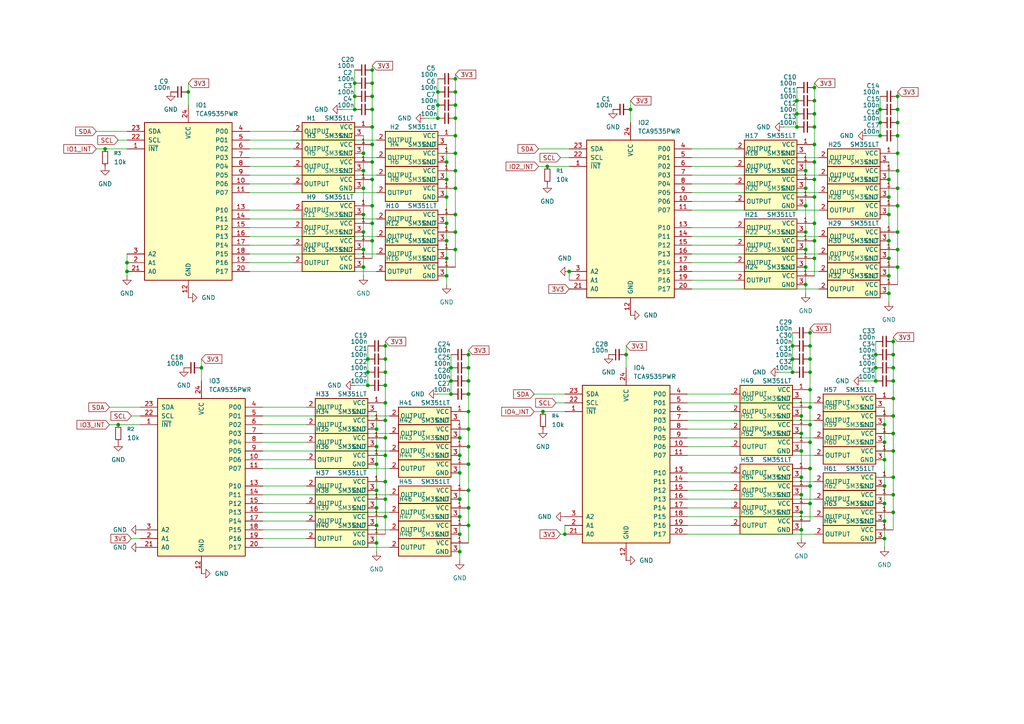
<source format=kicad_sch>
(kicad_sch (version 20250114) (generator "eeschema") (generator_version "9.0")
  (paper "A4")
  (junction (at 133.35 154.94))
  (junction (at 127 34.29))
  (junction (at 132.08 72.39))
  (junction (at 105.41 67.31))
  (junction (at 259.08 99.06))
  (junction (at 130.81 114.3))
  (junction (at 132.08 44.45))
  (junction (at 34.29 123.19))
  (junction (at 236.22 69.85))
  (junction (at 231.14 33.02))
  (junction (at 259.08 130.81))
  (junction (at 233.68 82.55))
  (junction (at 105.41 54.61))
  (junction (at 229.87 104.14))
  (junction (at 105.41 72.39))
  (junction (at 132.08 34.29))
  (junction (at 260.35 59.69))
  (junction (at 255.27 39.37))
  (junction (at 259.08 110.49))
  (junction (at 111.76 149.86))
  (junction (at 257.81 74.93))
  (junction (at 256.54 140.97))
  (junction (at 234.95 140.97))
  (junction (at 129.54 52.07))
  (junction (at 260.35 54.61))
  (junction (at 257.81 52.07))
  (junction (at 254 106.68))
  (junction (at 107.95 36.83))
  (junction (at 236.22 29.21))
  (junction (at 135.89 114.3))
  (junction (at 109.22 129.54))
  (junction (at 127 26.67))
  (junction (at 236.22 46.99))
  (junction (at 234.95 96.52))
  (junction (at 106.68 107.95))
  (junction (at 236.22 25.4))
  (junction (at 130.81 106.68))
  (junction (at 132.08 30.48))
  (junction (at 236.22 36.83))
  (junction (at 130.81 110.49))
  (junction (at 232.41 148.59))
  (junction (at 233.68 67.31))
  (junction (at 236.22 33.02))
  (junction (at 109.22 157.48))
  (junction (at 132.08 67.31))
  (junction (at 102.87 31.75))
  (junction (at 135.89 142.24))
  (junction (at 182.88 31.75))
  (junction (at 133.35 160.02))
  (junction (at 260.35 35.56))
  (junction (at 132.08 54.61))
  (junction (at 260.35 49.53))
  (junction (at 236.22 57.15))
  (junction (at 129.54 57.15))
  (junction (at 107.95 59.69))
  (junction (at 111.76 116.84))
  (junction (at 111.76 132.08))
  (junction (at 105.41 77.47))
  (junction (at 259.08 120.65))
  (junction (at 259.08 138.43))
  (junction (at 111.76 111.76))
  (junction (at 54.61 26.67))
  (junction (at 102.87 27.94))
  (junction (at 260.35 27.94))
  (junction (at 254 110.49))
  (junction (at 233.68 49.53))
  (junction (at 107.95 27.94))
  (junction (at 106.68 111.76))
  (junction (at 234.95 100.33))
  (junction (at 105.41 44.45))
  (junction (at 260.35 39.37))
  (junction (at 106.68 104.14))
  (junction (at 234.95 146.05))
  (junction (at 236.22 41.91))
  (junction (at 260.35 44.45))
  (junction (at 236.22 52.07))
  (junction (at 232.41 130.81))
  (junction (at 236.22 74.93))
  (junction (at 257.81 57.15))
  (junction (at 111.76 107.95))
  (junction (at 260.35 67.31))
  (junction (at 111.76 127))
  (junction (at 133.35 127))
  (junction (at 232.41 120.65))
  (junction (at 135.89 147.32))
  (junction (at 256.54 128.27))
  (junction (at 107.95 41.91))
  (junction (at 234.95 128.27))
  (junction (at 260.35 77.47))
  (junction (at 127 30.48))
  (junction (at 135.89 152.4))
  (junction (at 232.41 143.51))
  (junction (at 259.08 148.59))
  (junction (at 132.08 49.53))
  (junction (at 163.83 154.94))
  (junction (at 257.81 80.01))
  (junction (at 107.95 20.32))
  (junction (at 234.95 135.89))
  (junction (at 109.22 142.24))
  (junction (at 256.54 151.13))
  (junction (at 232.41 138.43))
  (junction (at 181.61 102.87))
  (junction (at 135.89 110.49))
  (junction (at 133.35 132.08))
  (junction (at 256.54 133.35))
  (junction (at 158.75 48.26))
  (junction (at 107.95 69.85))
  (junction (at 234.95 107.95))
  (junction (at 132.08 26.67))
  (junction (at 231.14 36.83))
  (junction (at 259.08 106.68))
  (junction (at 135.89 119.38))
  (junction (at 111.76 104.14))
  (junction (at 135.89 134.62))
  (junction (at 234.95 113.03))
  (junction (at 107.95 64.77))
  (junction (at 260.35 31.75))
  (junction (at 135.89 129.54))
  (junction (at 107.95 24.13))
  (junction (at 109.22 147.32))
  (junction (at 129.54 69.85))
  (junction (at 36.83 76.2))
  (junction (at 165.1 78.74))
  (junction (at 259.08 125.73))
  (junction (at 135.89 124.46))
  (junction (at 234.95 118.11))
  (junction (at 111.76 100.33))
  (junction (at 157.48 119.38))
  (junction (at 255.27 35.56))
  (junction (at 102.87 24.13))
  (junction (at 232.41 153.67))
  (junction (at 133.35 149.86))
  (junction (at 107.95 52.07))
  (junction (at 233.68 77.47))
  (junction (at 109.22 152.4))
  (junction (at 109.22 134.62))
  (junction (at 256.54 123.19))
  (junction (at 257.81 69.85))
  (junction (at 132.08 22.86))
  (junction (at 256.54 156.21))
  (junction (at 255.27 31.75))
  (junction (at 257.81 62.23))
  (junction (at 133.35 144.78))
  (junction (at 129.54 46.99))
  (junction (at 129.54 64.77))
  (junction (at 107.95 46.99))
  (junction (at 58.42 106.68))
  (junction (at 111.76 144.78))
  (junction (at 233.68 59.69))
  (junction (at 135.89 106.68))
  (junction (at 36.83 78.74))
  (junction (at 229.87 107.95))
  (junction (at 105.41 49.53))
  (junction (at 233.68 54.61))
  (junction (at 259.08 115.57))
  (junction (at 135.89 102.87))
  (junction (at 111.76 139.7))
  (junction (at 232.41 125.73))
  (junction (at 231.14 29.21))
  (junction (at 254 102.87))
  (junction (at 129.54 80.01))
  (junction (at 257.81 85.09))
  (junction (at 259.08 143.51))
  (junction (at 234.95 123.19))
  (junction (at 30.48 43.18))
  (junction (at 233.68 72.39))
  (junction (at 229.87 100.33))
  (junction (at 234.95 104.14))
  (junction (at 107.95 31.75))
  (junction (at 256.54 146.05))
  (junction (at 105.41 62.23))
  (junction (at 109.22 124.46))
  (junction (at 129.54 74.93))
  (junction (at 111.76 121.92))
  (junction (at 260.35 72.39))
  (junction (at 133.35 137.16))
  (junction (at 259.08 102.87))
  (junction (at 236.22 64.77))
  (junction (at 132.08 39.37))
  (junction (at 132.08 62.23))
  (wire (pts (xy 181.61 102.87) (xy 181.61 106.68)))
  (wire (pts (xy 107.95 64.77) (xy 107.95 69.85)))
  (wire (pts (xy 200.66 76.2) (xy 213.36 76.2)))
  (wire (pts (xy 76.2 158.75) (xy 113.03 158.75)))
  (wire (pts (xy 132.08 21.59) (xy 132.08 22.86)))
  (wire (pts (xy 135.89 134.62) (xy 135.89 142.24)))
  (wire (pts (xy 259.08 130.81) (xy 259.08 138.43)))
  (wire (pts (xy 135.89 101.6) (xy 135.89 102.87)))
  (wire (pts (xy 36.83 76.2) (xy 36.83 78.74)))
  (wire (pts (xy 76.2 128.27) (xy 88.9 128.27)))
  (wire (pts (xy 259.08 99.06) (xy 259.08 102.87)))
  (wire (pts (xy 105.41 54.61) (xy 105.41 62.23)))
  (wire (pts (xy 256.54 146.05) (xy 256.54 151.13)))
  (wire (pts (xy 135.89 102.87) (xy 135.89 106.68)))
  (wire (pts (xy 257.81 74.93) (xy 257.81 80.01)))
  (wire (pts (xy 234.95 95.25) (xy 234.95 96.52)))
  (wire (pts (xy 111.76 116.84) (xy 111.76 121.92)))
  (wire (pts (xy 199.39 114.3) (xy 212.09 114.3)))
  (wire (pts (xy 236.22 24.13) (xy 236.22 25.4)))
  (wire (pts (xy 200.66 53.34) (xy 213.36 53.34)))
  (wire (pts (xy 30.48 43.18) (xy 36.83 43.18)))
  (wire (pts (xy 31.75 118.11) (xy 40.64 118.11)))
  (wire (pts (xy 199.39 129.54) (xy 212.09 129.54)))
  (wire (pts (xy 257.81 46.99) (xy 257.81 52.07)))
  (wire (pts (xy 107.95 24.13) (xy 107.95 27.94)))
  (wire (pts (xy 133.35 132.08) (xy 133.35 137.16)))
  (wire (pts (xy 133.35 154.94) (xy 133.35 160.02)))
  (wire (pts (xy 255.27 31.75) (xy 255.27 35.56)))
  (wire (pts (xy 135.89 106.68) (xy 135.89 110.49)))
  (wire (pts (xy 199.39 142.24) (xy 212.09 142.24)))
  (wire (pts (xy 133.35 121.92) (xy 133.35 127)))
  (wire (pts (xy 260.35 26.67) (xy 260.35 27.94)))
  (wire (pts (xy 111.76 127) (xy 111.76 132.08)))
  (wire (pts (xy 234.95 135.89) (xy 234.95 140.97)))
  (wire (pts (xy 260.35 44.45) (xy 260.35 49.53)))
  (wire (pts (xy 260.35 72.39) (xy 260.35 77.47)))
  (wire (pts (xy 105.41 67.31) (xy 105.41 72.39)))
  (wire (pts (xy 109.22 142.24) (xy 109.22 147.32)))
  (wire (pts (xy 127 30.48) (xy 127 34.29)))
  (wire (pts (xy 233.68 67.31) (xy 233.68 72.39)))
  (wire (pts (xy 199.39 154.94) (xy 236.22 154.94)))
  (wire (pts (xy 129.54 52.07) (xy 129.54 57.15)))
  (wire (pts (xy 129.54 41.91) (xy 129.54 46.99)))
  (wire (pts (xy 154.94 114.3) (xy 163.83 114.3)))
  (wire (pts (xy 234.95 113.03) (xy 234.95 118.11)))
  (wire (pts (xy 72.39 66.04) (xy 85.09 66.04)))
  (wire (pts (xy 257.81 69.85) (xy 257.81 74.93)))
  (wire (pts (xy 111.76 132.08) (xy 111.76 139.7)))
  (wire (pts (xy 129.54 64.77) (xy 129.54 69.85)))
  (wire (pts (xy 111.76 149.86) (xy 111.76 154.94)))
  (wire (pts (xy 76.2 148.59) (xy 113.03 148.59)))
  (wire (pts (xy 72.39 73.66) (xy 109.22 73.66)))
  (wire (pts (xy 72.39 53.34) (xy 85.09 53.34)))
  (wire (pts (xy 161.29 116.84) (xy 163.83 116.84)))
  (wire (pts (xy 200.66 48.26) (xy 213.36 48.26)))
  (wire (pts (xy 199.39 144.78) (xy 236.22 144.78)))
  (wire (pts (xy 257.81 80.01) (xy 257.81 85.09)))
  (wire (pts (xy 102.87 20.32) (xy 102.87 24.13)))
  (wire (pts (xy 135.89 110.49) (xy 135.89 114.3)))
  (wire (pts (xy 105.41 62.23) (xy 105.41 67.31)))
  (wire (pts (xy 76.2 153.67) (xy 113.03 153.67)))
  (wire (pts (xy 76.2 120.65) (xy 113.03 120.65)))
  (wire (pts (xy 233.68 59.69) (xy 233.68 67.31)))
  (wire (pts (xy 259.08 138.43) (xy 259.08 143.51)))
  (wire (pts (xy 232.41 115.57) (xy 232.41 120.65)))
  (wire (pts (xy 256.54 156.21) (xy 256.54 158.75)))
  (wire (pts (xy 236.22 52.07) (xy 236.22 57.15)))
  (wire (pts (xy 107.95 20.32) (xy 107.95 24.13)))
  (wire (pts (xy 38.1 156.21) (xy 40.64 156.21)))
  (wire (pts (xy 259.08 148.59) (xy 259.08 153.67)))
  (wire (pts (xy 234.95 123.19) (xy 234.95 128.27)))
  (wire (pts (xy 107.95 41.91) (xy 107.95 46.99)))
  (wire (pts (xy 111.76 104.14) (xy 111.76 107.95)))
  (wire (pts (xy 255.27 35.56) (xy 255.27 39.37)))
  (wire (pts (xy 232.41 148.59) (xy 232.41 153.67)))
  (wire (pts (xy 199.39 127) (xy 236.22 127)))
  (wire (pts (xy 182.88 29.21) (xy 182.88 31.75)))
  (wire (pts (xy 251.46 39.37) (xy 255.27 39.37)))
  (wire (pts (xy 260.35 67.31) (xy 260.35 72.39)))
  (wire (pts (xy 232.41 125.73) (xy 232.41 130.81)))
  (wire (pts (xy 132.08 67.31) (xy 132.08 72.39)))
  (wire (pts (xy 200.66 83.82) (xy 237.49 83.82)))
  (wire (pts (xy 233.68 72.39) (xy 233.68 77.47)))
  (wire (pts (xy 72.39 38.1) (xy 85.09 38.1)))
  (wire (pts (xy 135.89 142.24) (xy 135.89 147.32)))
  (wire (pts (xy 106.68 100.33) (xy 106.68 104.14)))
  (wire (pts (xy 99.06 31.75) (xy 102.87 31.75)))
  (wire (pts (xy 259.08 120.65) (xy 259.08 125.73)))
  (wire (pts (xy 256.54 133.35) (xy 256.54 140.97)))
  (wire (pts (xy 38.1 120.65) (xy 40.64 120.65)))
  (wire (pts (xy 132.08 44.45) (xy 132.08 49.53)))
  (wire (pts (xy 199.39 132.08) (xy 236.22 132.08)))
  (wire (pts (xy 111.76 111.76) (xy 111.76 116.84)))
  (wire (pts (xy 236.22 25.4) (xy 236.22 29.21)))
  (wire (pts (xy 76.2 143.51) (xy 113.03 143.51)))
  (wire (pts (xy 231.14 33.02) (xy 231.14 36.83)))
  (wire (pts (xy 256.54 118.11) (xy 256.54 123.19)))
  (wire (pts (xy 36.83 78.74) (xy 36.83 80.01)))
  (wire (pts (xy 229.87 96.52) (xy 229.87 100.33)))
  (wire (pts (xy 109.22 134.62) (xy 109.22 142.24)))
  (wire (pts (xy 236.22 74.93) (xy 236.22 80.01)))
  (wire (pts (xy 260.35 59.69) (xy 260.35 67.31)))
  (wire (pts (xy 76.2 125.73) (xy 113.03 125.73)))
  (wire (pts (xy 130.81 106.68) (xy 130.81 110.49)))
  (wire (pts (xy 72.39 50.8) (xy 109.22 50.8)))
  (wire (pts (xy 182.88 31.75) (xy 182.88 35.56)))
  (wire (pts (xy 129.54 74.93) (xy 129.54 80.01)))
  (wire (pts (xy 105.41 39.37) (xy 105.41 44.45)))
  (wire (pts (xy 31.75 123.19) (xy 34.29 123.19)))
  (wire (pts (xy 199.39 139.7) (xy 236.22 139.7)))
  (wire (pts (xy 234.95 100.33) (xy 234.95 104.14)))
  (wire (pts (xy 260.35 39.37) (xy 260.35 44.45)))
  (wire (pts (xy 233.68 82.55) (xy 233.68 85.09)))
  (wire (pts (xy 132.08 34.29) (xy 132.08 39.37)))
  (wire (pts (xy 72.39 55.88) (xy 109.22 55.88)))
  (wire (pts (xy 132.08 30.48) (xy 132.08 34.29)))
  (wire (pts (xy 34.29 40.64) (xy 36.83 40.64)))
  (wire (pts (xy 107.95 59.69) (xy 107.95 64.77)))
  (wire (pts (xy 107.95 19.05) (xy 107.95 20.32)))
  (wire (pts (xy 107.95 31.75) (xy 107.95 36.83)))
  (wire (pts (xy 200.66 73.66) (xy 237.49 73.66)))
  (wire (pts (xy 107.95 46.99) (xy 107.95 52.07)))
  (wire (pts (xy 111.76 99.06) (xy 111.76 100.33)))
  (wire (pts (xy 72.39 60.96) (xy 85.09 60.96)))
  (wire (pts (xy 72.39 71.12) (xy 85.09 71.12)))
  (wire (pts (xy 133.35 137.16) (xy 133.35 144.78)))
  (wire (pts (xy 256.54 128.27) (xy 256.54 133.35)))
  (wire (pts (xy 260.35 35.56) (xy 260.35 39.37)))
  (wire (pts (xy 132.08 26.67) (xy 132.08 30.48)))
  (wire (pts (xy 109.22 157.48) (xy 109.22 160.02)))
  (wire (pts (xy 107.95 27.94) (xy 107.95 31.75)))
  (wire (pts (xy 129.54 46.99) (xy 129.54 52.07)))
  (wire (pts (xy 109.22 124.46) (xy 109.22 129.54)))
  (wire (pts (xy 231.14 25.4) (xy 231.14 29.21)))
  (wire (pts (xy 232.41 153.67) (xy 232.41 156.21)))
  (wire (pts (xy 163.83 152.4) (xy 163.83 154.94)))
  (wire (pts (xy 135.89 119.38) (xy 135.89 124.46)))
  (wire (pts (xy 233.68 49.53) (xy 233.68 54.61)))
  (wire (pts (xy 76.2 123.19) (xy 88.9 123.19)))
  (wire (pts (xy 36.83 73.66) (xy 36.83 76.2)))
  (wire (pts (xy 259.08 106.68) (xy 259.08 110.49)))
  (wire (pts (xy 200.66 66.04) (xy 213.36 66.04)))
  (wire (pts (xy 132.08 54.61) (xy 132.08 62.23)))
  (wire (pts (xy 260.35 27.94) (xy 260.35 31.75)))
  (wire (pts (xy 76.2 151.13) (xy 88.9 151.13)))
  (wire (pts (xy 199.39 149.86) (xy 236.22 149.86)))
  (wire (pts (xy 106.68 104.14) (xy 106.68 107.95)))
  (wire (pts (xy 259.08 110.49) (xy 259.08 115.57)))
  (wire (pts (xy 105.41 77.47) (xy 105.41 80.01)))
  (wire (pts (xy 111.76 100.33) (xy 111.76 104.14)))
  (wire (pts (xy 107.95 52.07) (xy 107.95 59.69)))
  (wire (pts (xy 72.39 43.18) (xy 85.09 43.18)))
  (wire (pts (xy 234.95 104.14) (xy 234.95 107.95)))
  (wire (pts (xy 254 99.06) (xy 254 102.87)))
  (wire (pts (xy 109.22 152.4) (xy 109.22 157.48)))
  (wire (pts (xy 259.08 125.73) (xy 259.08 130.81)))
  (wire (pts (xy 105.41 49.53) (xy 105.41 54.61)))
  (wire (pts (xy 260.35 77.47) (xy 260.35 82.55)))
  (wire (pts (xy 72.39 68.58) (xy 109.22 68.58)))
  (wire (pts (xy 200.66 50.8) (xy 237.49 50.8)))
  (wire (pts (xy 156.21 48.26) (xy 158.75 48.26)))
  (wire (pts (xy 200.66 43.18) (xy 213.36 43.18)))
  (wire (pts (xy 259.08 143.51) (xy 259.08 148.59)))
  (wire (pts (xy 256.54 151.13) (xy 256.54 156.21)))
  (wire (pts (xy 158.75 48.26) (xy 165.1 48.26)))
  (wire (pts (xy 257.81 57.15) (xy 257.81 62.23)))
  (wire (pts (xy 200.66 58.42) (xy 213.36 58.42)))
  (wire (pts (xy 234.95 107.95) (xy 234.95 113.03)))
  (wire (pts (xy 236.22 64.77) (xy 236.22 69.85)))
  (wire (pts (xy 227.33 36.83) (xy 231.14 36.83)))
  (wire (pts (xy 234.95 118.11) (xy 234.95 123.19)))
  (wire (pts (xy 72.39 40.64) (xy 109.22 40.64)))
  (wire (pts (xy 72.39 48.26) (xy 85.09 48.26)))
  (wire (pts (xy 76.2 130.81) (xy 113.03 130.81)))
  (wire (pts (xy 199.39 124.46) (xy 212.09 124.46)))
  (wire (pts (xy 129.54 80.01) (xy 129.54 82.55)))
  (wire (pts (xy 135.89 152.4) (xy 135.89 157.48)))
  (wire (pts (xy 133.35 144.78) (xy 133.35 149.86)))
  (wire (pts (xy 76.2 146.05) (xy 88.9 146.05)))
  (wire (pts (xy 133.35 149.86) (xy 133.35 154.94)))
  (wire (pts (xy 154.94 119.38) (xy 157.48 119.38)))
  (wire (pts (xy 109.22 129.54) (xy 109.22 134.62)))
  (wire (pts (xy 259.08 102.87) (xy 259.08 106.68)))
  (wire (pts (xy 133.35 160.02) (xy 133.35 162.56)))
  (wire (pts (xy 27.94 38.1) (xy 36.83 38.1)))
  (wire (pts (xy 233.68 54.61) (xy 233.68 59.69)))
  (wire (pts (xy 233.68 77.47) (xy 233.68 82.55)))
  (wire (pts (xy 254 102.87) (xy 254 106.68)))
  (wire (pts (xy 76.2 140.97) (xy 88.9 140.97)))
  (wire (pts (xy 200.66 45.72) (xy 237.49 45.72)))
  (wire (pts (xy 250.19 110.49) (xy 254 110.49)))
  (wire (pts (xy 165.1 78.74) (xy 165.1 81.28)))
  (wire (pts (xy 111.76 139.7) (xy 111.76 144.78)))
  (wire (pts (xy 199.39 121.92) (xy 236.22 121.92)))
  (wire (pts (xy 199.39 147.32) (xy 212.09 147.32)))
  (wire (pts (xy 257.81 52.07) (xy 257.81 57.15)))
  (wire (pts (xy 162.56 154.94) (xy 163.83 154.94)))
  (wire (pts (xy 236.22 69.85) (xy 236.22 74.93)))
  (wire (pts (xy 127 22.86) (xy 127 26.67)))
  (wire (pts (xy 260.35 31.75) (xy 260.35 35.56)))
  (wire (pts (xy 54.61 26.67) (xy 54.61 30.48)))
  (wire (pts (xy 76.2 135.89) (xy 113.03 135.89)))
  (wire (pts (xy 129.54 57.15) (xy 129.54 64.77)))
  (wire (pts (xy 259.08 97.79) (xy 259.08 99.06)))
  (wire (pts (xy 132.08 49.53) (xy 132.08 54.61)))
  (wire (pts (xy 236.22 29.21) (xy 236.22 33.02)))
  (wire (pts (xy 260.35 54.61) (xy 260.35 59.69)))
  (wire (pts (xy 133.35 127) (xy 133.35 132.08)))
  (wire (pts (xy 132.08 39.37) (xy 132.08 44.45)))
  (wire (pts (xy 256.54 123.19) (xy 256.54 128.27)))
  (wire (pts (xy 233.68 44.45) (xy 233.68 49.53)))
  (wire (pts (xy 111.76 121.92) (xy 111.76 127)))
  (wire (pts (xy 255.27 27.94) (xy 255.27 31.75)))
  (wire (pts (xy 106.68 107.95) (xy 106.68 111.76)))
  (wire (pts (xy 135.89 124.46) (xy 135.89 129.54)))
  (wire (pts (xy 232.41 130.81) (xy 232.41 138.43)))
  (wire (pts (xy 156.21 43.18) (xy 165.1 43.18)))
  (wire (pts (xy 162.56 45.72) (xy 165.1 45.72)))
  (wire (pts (xy 257.81 85.09) (xy 257.81 87.63)))
  (wire (pts (xy 107.95 36.83) (xy 107.95 41.91)))
  (wire (pts (xy 130.81 110.49) (xy 130.81 114.3)))
  (wire (pts (xy 72.39 78.74) (xy 109.22 78.74)))
  (wire (pts (xy 102.87 27.94) (xy 102.87 31.75)))
  (wire (pts (xy 72.39 63.5) (xy 109.22 63.5)))
  (wire (pts (xy 200.66 68.58) (xy 237.49 68.58)))
  (wire (pts (xy 135.89 147.32) (xy 135.89 152.4)))
  (wire (pts (xy 236.22 46.99) (xy 236.22 52.07)))
  (wire (pts (xy 181.61 100.33) (xy 181.61 102.87)))
  (wire (pts (xy 256.54 140.97) (xy 256.54 146.05)))
  (wire (pts (xy 234.95 96.52) (xy 234.95 100.33)))
  (wire (pts (xy 129.54 69.85) (xy 129.54 74.93)))
  (wire (pts (xy 123.19 34.29) (xy 127 34.29)))
  (wire (pts (xy 102.87 24.13) (xy 102.87 27.94)))
  (wire (pts (xy 260.35 49.53) (xy 260.35 54.61)))
  (wire (pts (xy 109.22 119.38) (xy 109.22 124.46)))
  (wire (pts (xy 236.22 36.83) (xy 236.22 41.91)))
  (wire (pts (xy 58.42 106.68) (xy 58.42 110.49)))
  (wire (pts (xy 157.48 119.38) (xy 163.83 119.38)))
  (wire (pts (xy 199.39 119.38) (xy 212.09 119.38)))
  (wire (pts (xy 229.87 104.14) (xy 229.87 107.95)))
  (wire (pts (xy 130.81 102.87) (xy 130.81 106.68)))
  (wire (pts (xy 76.2 118.11) (xy 88.9 118.11)))
  (wire (pts (xy 259.08 115.57) (xy 259.08 120.65)))
  (wire (pts (xy 200.66 78.74) (xy 237.49 78.74)))
  (wire (pts (xy 105.41 44.45) (xy 105.41 49.53)))
  (wire (pts (xy 58.42 104.14) (xy 58.42 106.68)))
  (wire (pts (xy 257.81 62.23) (xy 257.81 69.85)))
  (wire (pts (xy 76.2 156.21) (xy 88.9 156.21)))
  (wire (pts (xy 226.06 107.95) (xy 229.87 107.95)))
  (wire (pts (xy 236.22 33.02) (xy 236.22 36.83)))
  (wire (pts (xy 234.95 140.97) (xy 234.95 146.05)))
  (wire (pts (xy 127 26.67) (xy 127 30.48)))
  (wire (pts (xy 232.41 143.51) (xy 232.41 148.59)))
  (wire (pts (xy 102.87 111.76) (xy 106.68 111.76)))
  (wire (pts (xy 132.08 72.39) (xy 132.08 77.47)))
  (wire (pts (xy 199.39 137.16) (xy 212.09 137.16)))
  (wire (pts (xy 234.95 128.27) (xy 234.95 135.89)))
  (wire (pts (xy 200.66 81.28) (xy 213.36 81.28)))
  (wire (pts (xy 135.89 129.54) (xy 135.89 134.62)))
  (wire (pts (xy 199.39 116.84) (xy 236.22 116.84)))
  (wire (pts (xy 105.41 72.39) (xy 105.41 77.47)))
  (wire (pts (xy 200.66 60.96) (xy 237.49 60.96)))
  (wire (pts (xy 236.22 57.15) (xy 236.22 64.77)))
  (wire (pts (xy 135.89 114.3) (xy 135.89 119.38)))
  (wire (pts (xy 34.29 123.19) (xy 40.64 123.19)))
  (wire (pts (xy 54.61 24.13) (xy 54.61 26.67)))
  (wire (pts (xy 236.22 41.91) (xy 236.22 46.99)))
  (wire (pts (xy 111.76 107.95) (xy 111.76 111.76)))
  (wire (pts (xy 107.95 69.85) (xy 107.95 74.93)))
  (wire (pts (xy 199.39 152.4) (xy 212.09 152.4)))
  (wire (pts (xy 200.66 55.88) (xy 237.49 55.88)))
  (wire (pts (xy 254 106.68) (xy 254 110.49)))
  (wire (pts (xy 76.2 133.35) (xy 88.9 133.35)))
  (wire (pts (xy 132.08 62.23) (xy 132.08 67.31)))
  (wire (pts (xy 72.39 76.2) (xy 85.09 76.2)))
  (wire (pts (xy 232.41 120.65) (xy 232.41 125.73)))
  (wire (pts (xy 111.76 144.78) (xy 111.76 149.86)))
  (wire (pts (xy 200.66 71.12) (xy 213.36 71.12)))
  (wire (pts (xy 234.95 146.05) (xy 234.95 151.13)))
  (wire (pts (xy 132.08 22.86) (xy 132.08 26.67)))
  (wire (pts (xy 232.41 138.43) (xy 232.41 143.51)))
  (wire (pts (xy 231.14 29.21) (xy 231.14 33.02)))
  (wire (pts (xy 109.22 147.32) (xy 109.22 152.4)))
  (wire (pts (xy 27.94 43.18) (xy 30.48 43.18)))
  (wire (pts (xy 72.39 45.72) (xy 109.22 45.72)))
  (wire (pts (xy 229.87 100.33) (xy 229.87 104.14)))
  (wire (pts (xy 127 114.3) (xy 130.81 114.3)))
  (global_label "SCL" (shape input) (at 162.56 45.72 180) (property "Intersheetrefs" "${INTERSHEET_REFS}" (effects (hide yes))))
  (global_label "SDA" (shape input) (at 27.94 38.1 180) (property "Intersheetrefs" "${INTERSHEET_REFS}" (effects (hide yes))))
  (global_label "3V3" (shape input) (at 58.42 104.14 0) (property "Intersheetrefs" "${INTERSHEET_REFS}" (effects (hide yes))))
  (global_label "3V3" (shape input) (at 236.22 24.13 0) (property "Intersheetrefs" "${INTERSHEET_REFS}" (effects (hide yes))))
  (global_label "3V3" (shape input) (at 38.1 156.21 180) (property "Intersheetrefs" "${INTERSHEET_REFS}" (effects (hide yes))))
  (global_label "3V3" (shape input) (at 107.95 19.05 0) (property "Intersheetrefs" "${INTERSHEET_REFS}" (effects (hide yes))))
  (global_label "3V3" (shape input) (at 181.61 100.33 0) (property "Intersheetrefs" "${INTERSHEET_REFS}" (effects (hide yes))))
  (global_label "3V3" (shape input) (at 111.76 99.06 0) (property "Intersheetrefs" "${INTERSHEET_REFS}" (effects (hide yes))))
  (global_label "SCL" (shape input) (at 161.29 116.84 180) (property "Intersheetrefs" "${INTERSHEET_REFS}" (effects (hide yes))))
  (global_label "3V3" (shape input) (at 234.95 95.25 0) (property "Intersheetrefs" "${INTERSHEET_REFS}" (effects (hide yes))))
  (global_label "3V3" (shape input) (at 165.1 83.82 180) (property "Intersheetrefs" "${INTERSHEET_REFS}" (effects (hide yes))))
  (global_label "SCL" (shape input) (at 38.1 120.65 180) (property "Intersheetrefs" "${INTERSHEET_REFS}" (effects (hide yes))))
  (global_label "3V3" (shape input) (at 162.56 154.94 180) (property "Intersheetrefs" "${INTERSHEET_REFS}" (effects (hide yes))))
  (global_label "IO1_INT" (shape input) (at 27.94 43.18 180) (property "Intersheetrefs" "${INTERSHEET_REFS}" (effects (hide yes))))
  (global_label "IO3_INT" (shape input) (at 31.75 123.19 180) (property "Intersheetrefs" "${INTERSHEET_REFS}" (effects (hide yes))))
  (global_label "3V3" (shape input) (at 182.88 29.21 0) (property "Intersheetrefs" "${INTERSHEET_REFS}" (effects (hide yes))))
  (global_label "IO4_INT" (shape input) (at 154.94 119.38 180) (property "Intersheetrefs" "${INTERSHEET_REFS}" (effects (hide yes))))
  (global_label "SCL" (shape input) (at 34.29 40.64 180) (property "Intersheetrefs" "${INTERSHEET_REFS}" (effects (hide yes))))
  (global_label "3V3" (shape input) (at 259.08 97.79 0) (property "Intersheetrefs" "${INTERSHEET_REFS}" (effects (hide yes))))
  (global_label "3V3" (shape input) (at 260.35 26.67 0) (property "Intersheetrefs" "${INTERSHEET_REFS}" (effects (hide yes))))
  (global_label "SDA" (shape input) (at 154.94 114.3 180) (property "Intersheetrefs" "${INTERSHEET_REFS}" (effects (hide yes))))
  (global_label "SDA" (shape input) (at 31.75 118.11 180) (property "Intersheetrefs" "${INTERSHEET_REFS}" (effects (hide yes))))
  (global_label "3V3" (shape input) (at 132.08 21.59 0) (property "Intersheetrefs" "${INTERSHEET_REFS}" (effects (hide yes))))
  (global_label "SDA" (shape input) (at 156.21 43.18 180) (property "Intersheetrefs" "${INTERSHEET_REFS}" (effects (hide yes))))
  (global_label "IO2_INT" (shape input) (at 156.21 48.26 180) (property "Intersheetrefs" "${INTERSHEET_REFS}" (effects (hide yes))))
  (global_label "3V3" (shape input) (at 54.61 24.13 0) (property "Intersheetrefs" "${INTERSHEET_REFS}" (effects (hide yes))))
  (global_label "3V3" (shape input) (at 135.89 101.6 0) (property "Intersheetrefs" "${INTERSHEET_REFS}" (effects (hide yes))))
  (symbol (lib_id "Sensor_Magnetic:SM351LT") (at 247.65 62.23 0) (unit 1)
    (property "Reference" "H28" (at 244.094 57.15 0) (effects (justify right)))
    (property "Value" "SM351LT" (at 255.016 57.15 0) (effects (justify right)))
    (property "Footprint" "Package_TO_SOT_SMD:SOT-23" (effects (hide yes)))
    (property "Datasheet" "https://sensing.honeywell.com/honeywell-sensing-nanopower-series-product-sheet-50095501-a-en.pdf" (effects (hide yes)))
    (property "Description" "Hall Effect Switch, SOT-23" (effects (hide yes)))
  )
  (symbol (lib_id "Sensor_Magnetic:SM351LT") (at 119.38 52.07 0) (unit 1)
    (property "Reference" "H6" (at 115.824 46.99 0) (effects (justify right)))
    (property "Value" "SM351LT" (at 126.746 46.99 0) (effects (justify right)))
    (property "Footprint" "Package_TO_SOT_SMD:SOT-23" (effects (hide yes)))
    (property "Datasheet" "https://sensing.honeywell.com/honeywell-sensing-nanopower-series-product-sheet-50095501-a-en.pdf" (effects (hide yes)))
    (property "Description" "Hall Effect Switch, SOT-23" (effects (hide yes)))
  )
  (symbol (lib_id "Device:C_Small") (at 105.41 24.13 90) (unit 1)
    (property "Reference" "C2" (at 100.838 21.082 90))
    (property "Value" "100n" (at 100.33 22.86 90))
    (property "Description" "Unpolarized capacitor, small symbol" (effects (hide yes)))
  )
  (symbol (lib_id "Device:C_Small") (at 52.07 26.67 90) (unit 1)
    (property "Reference" "C9" (at 47.498 23.622 90))
    (property "Value" "100n" (at 46.99 25.4 90))
    (property "Description" "Unpolarized capacitor, small symbol" (effects (hide yes)))
  )
  (symbol (lib_id "Sensor_Magnetic:SM351LT") (at 123.19 121.92 0) (unit 1)
    (property "Reference" "H41" (at 119.634 116.84 0) (effects (justify right)))
    (property "Value" "SM351LT" (at 130.556 116.84 0) (effects (justify right)))
    (property "Footprint" "Package_TO_SOT_SMD:SOT-23" (effects (hide yes)))
    (property "Datasheet" "https://sensing.honeywell.com/honeywell-sensing-nanopower-series-product-sheet-50095501-a-en.pdf" (effects (hide yes)))
    (property "Description" "Hall Effect Switch, SOT-23" (effects (hide yes)))
  )
  (symbol (lib_id "Device:C_Small") (at 105.41 27.94 90) (unit 1)
    (property "Reference" "C3" (at 100.838 24.892 90))
    (property "Value" "100n" (at 100.33 26.67 90))
    (property "Description" "Unpolarized capacitor, small symbol" (effects (hide yes)))
  )
  (symbol (lib_id "Sensor_Magnetic:SM351LT") (at 223.52 44.45 0) (unit 1)
    (property "Reference" "H17" (at 219.964 39.37 0) (effects (justify right)))
    (property "Value" "SM351LT" (at 230.886 39.37 0) (effects (justify right)))
    (property "Footprint" "Package_TO_SOT_SMD:SOT-23" (effects (hide yes)))
    (property "Datasheet" "https://sensing.honeywell.com/honeywell-sensing-nanopower-series-product-sheet-50095501-a-en.pdf" (effects (hide yes)))
    (property "Description" "Hall Effect Switch, SOT-23" (effects (hide yes)))
  )
  (symbol (lib_id "Sensor_Magnetic:SM351LT") (at 99.06 147.32 0) (unit 1)
    (property "Reference" "H38" (at 95.504 142.24 0) (effects (justify right)))
    (property "Value" "SM351LT" (at 106.426 142.24 0) (effects (justify right)))
    (property "Footprint" "Package_TO_SOT_SMD:SOT-23" (effects (hide yes)))
    (property "Datasheet" "https://sensing.honeywell.com/honeywell-sensing-nanopower-series-product-sheet-50095501-a-en.pdf" (effects (hide yes)))
    (property "Description" "Hall Effect Switch, SOT-23" (effects (hide yes)))
  )
  (symbol (lib_id "power:GND") (at 99.06 31.75 270) (unit 1)
    (property "Reference" "#PWR04" (effects (hide yes)))
    (property "Value" "GND" (at 95.25 31.7499 90) (effects (justify right)))
    (property "Description" "Power symbol creates a global label with name \"GND\" , ground" (effects (hide yes)))
  )
  (symbol (lib_id "Sensor_Magnetic:SM351LT") (at 223.52 72.39 0) (unit 1)
    (property "Reference" "H22" (at 219.964 67.31 0) (effects (justify right)))
    (property "Value" "SM351LT" (at 230.886 67.31 0) (effects (justify right)))
    (property "Footprint" "Package_TO_SOT_SMD:SOT-23" (effects (hide yes)))
    (property "Datasheet" "https://sensing.honeywell.com/honeywell-sensing-nanopower-series-product-sheet-50095501-a-en.pdf" (effects (hide yes)))
    (property "Description" "Hall Effect Switch, SOT-23" (effects (hide yes)))
  )
  (symbol (lib_id "Sensor_Magnetic:SM351LT") (at 246.38 123.19 0) (unit 1)
    (property "Reference" "H58" (at 242.824 118.11 0) (effects (justify right)))
    (property "Value" "SM351LT" (at 253.746 118.11 0) (effects (justify right)))
    (property "Footprint" "Package_TO_SOT_SMD:SOT-23" (effects (hide yes)))
    (property "Datasheet" "https://sensing.honeywell.com/honeywell-sensing-nanopower-series-product-sheet-50095501-a-en.pdf" (effects (hide yes)))
    (property "Description" "Hall Effect Switch, SOT-23" (effects (hide yes)))
  )
  (symbol (lib_id "Sensor_Magnetic:SM351LT") (at 119.38 41.91 0) (unit 1)
    (property "Reference" "H2" (at 115.824 36.83 0) (effects (justify right)))
    (property "Value" "SM351LT" (at 126.746 36.83 0) (effects (justify right)))
    (property "Footprint" "Package_TO_SOT_SMD:SOT-23" (effects (hide yes)))
    (property "Datasheet" "https://sensing.honeywell.com/honeywell-sensing-nanopower-series-product-sheet-50095501-a-en.pdf" (effects (hide yes)))
    (property "Description" "Hall Effect Switch, SOT-23" (effects (hide yes)))
  )
  (symbol (lib_id "Sensor_Magnetic:SM351LT") (at 123.19 144.78 0) (unit 1)
    (property "Reference" "H45" (at 119.634 139.7 0) (effects (justify right)))
    (property "Value" "SM351LT" (at 130.556 139.7 0) (effects (justify right)))
    (property "Footprint" "Package_TO_SOT_SMD:SOT-23" (effects (hide yes)))
    (property "Datasheet" "https://sensing.honeywell.com/honeywell-sensing-nanopower-series-product-sheet-50095501-a-en.pdf" (effects (hide yes)))
    (property "Description" "Hall Effect Switch, SOT-23" (effects (hide yes)))
  )
  (symbol (lib_id "Device:R_Small") (at 34.29 125.73 0) (unit 1)
    (property "Reference" "R2" (at 36.83 124.4599 0) (effects (font (size 1.016 1.016)) (justify left)))
    (property "Value" "10k" (at 36.83 126.9999 0) (effects (justify left)))
    (property "Description" "Resistor, small symbol" (effects (hide yes)))
  )
  (symbol (lib_id "Sensor_Magnetic:SM351LT") (at 246.38 128.27 0) (unit 1)
    (property "Reference" "H59" (at 242.824 123.19 0) (effects (justify right)))
    (property "Value" "SM351LT" (at 253.746 123.19 0) (effects (justify right)))
    (property "Footprint" "Package_TO_SOT_SMD:SOT-23" (effects (hide yes)))
    (property "Datasheet" "https://sensing.honeywell.com/honeywell-sensing-nanopower-series-product-sheet-50095501-a-en.pdf" (effects (hide yes)))
    (property "Description" "Hall Effect Switch, SOT-23" (effects (hide yes)))
  )
  (symbol (lib_id "Sensor_Magnetic:SM351LT") (at 247.65 52.07 0) (unit 1)
    (property "Reference" "H26" (at 244.094 46.99 0) (effects (justify right)))
    (property "Value" "SM351LT" (at 255.016 46.99 0) (effects (justify right)))
    (property "Footprint" "Package_TO_SOT_SMD:SOT-23" (effects (hide yes)))
    (property "Datasheet" "https://sensing.honeywell.com/honeywell-sensing-nanopower-series-product-sheet-50095501-a-en.pdf" (effects (hide yes)))
    (property "Description" "Hall Effect Switch, SOT-23" (effects (hide yes)))
  )
  (symbol (lib_id "power:GND") (at 177.8 31.75 0) (unit 1)
    (property "Reference" "#PWR010" (effects (hide yes)))
    (property "Value" "GND" (at 177.8 36.83 0))
    (property "Description" "Power symbol creates a global label with name \"GND\" , ground" (effects (hide yes)))
  )
  (symbol (lib_id "Sensor_Magnetic:SM351LT") (at 123.19 132.08 0) (unit 1)
    (property "Reference" "H43" (at 119.634 127 0) (effects (justify right)))
    (property "Value" "SM351LT" (at 130.556 127 0) (effects (justify right)))
    (property "Footprint" "Package_TO_SOT_SMD:SOT-23" (effects (hide yes)))
    (property "Datasheet" "https://sensing.honeywell.com/honeywell-sensing-nanopower-series-product-sheet-50095501-a-en.pdf" (effects (hide yes)))
    (property "Description" "Hall Effect Switch, SOT-23" (effects (hide yes)))
  )
  (symbol (lib_id "Sensor_Magnetic:SM351LT") (at 99.06 134.62 0) (unit 1)
    (property "Reference" "H36" (at 95.504 129.54 0) (effects (justify right)))
    (property "Value" "SM351LT" (at 106.426 129.54 0) (effects (justify right)))
    (property "Footprint" "Package_TO_SOT_SMD:SOT-23" (effects (hide yes)))
    (property "Datasheet" "https://sensing.honeywell.com/honeywell-sensing-nanopower-series-product-sheet-50095501-a-en.pdf" (effects (hide yes)))
    (property "Description" "Hall Effect Switch, SOT-23" (effects (hide yes)))
  )
  (symbol (lib_id "power:GND") (at 49.53 26.67 0) (unit 1)
    (property "Reference" "#PWR06" (effects (hide yes)))
    (property "Value" "GND" (at 49.53 31.75 0))
    (property "Description" "Power symbol creates a global label with name \"GND\" , ground" (effects (hide yes)))
  )
  (symbol (lib_id "Device:C_Small") (at 129.54 22.86 90) (unit 1)
    (property "Reference" "C5" (at 124.968 19.812 90))
    (property "Value" "100n" (at 124.46 21.59 90))
    (property "Description" "Unpolarized capacitor, small symbol" (effects (hide yes)))
  )
  (symbol (lib_id "power:GND") (at 158.75 53.34 0) (unit 1)
    (property "Reference" "#PWR01" (effects (hide yes)))
    (property "Value" "GND" (at 158.75 58.42 0))
    (property "Description" "Power symbol creates a global label with name \"GND\" , ground" (effects (hide yes)))
  )
  (symbol (lib_id "Sensor_Magnetic:SM351LT") (at 246.38 140.97 0) (unit 1)
    (property "Reference" "H61" (at 242.824 135.89 0) (effects (justify right)))
    (property "Value" "SM351LT" (at 253.746 135.89 0) (effects (justify right)))
    (property "Footprint" "Package_TO_SOT_SMD:SOT-23" (effects (hide yes)))
    (property "Datasheet" "https://sensing.honeywell.com/honeywell-sensing-nanopower-series-product-sheet-50095501-a-en.pdf" (effects (hide yes)))
    (property "Description" "Hall Effect Switch, SOT-23" (effects (hide yes)))
  )
  (symbol (lib_id "Sensor_Magnetic:SM351LT") (at 222.25 125.73 0) (unit 1)
    (property "Reference" "H51" (at 218.694 120.65 0) (effects (justify right)))
    (property "Value" "SM351LT" (at 229.616 120.65 0) (effects (justify right)))
    (property "Footprint" "Package_TO_SOT_SMD:SOT-23" (effects (hide yes)))
    (property "Datasheet" "https://sensing.honeywell.com/honeywell-sensing-nanopower-series-product-sheet-50095501-a-en.pdf" (effects (hide yes)))
    (property "Description" "Hall Effect Switch, SOT-23" (effects (hide yes)))
  )
  (symbol (lib_id "Device:C_Small") (at 133.35 102.87 90) (unit 1)
    (property "Reference" "C24" (at 128.778 99.822 90))
    (property "Value" "100n" (at 128.27 101.6 90))
    (property "Description" "Unpolarized capacitor, small symbol" (effects (hide yes)))
  )
  (symbol (lib_id "Device:C_Small") (at 232.41 100.33 90) (unit 1)
    (property "Reference" "C30" (at 227.838 97.282 90))
    (property "Value" "100n" (at 227.33 99.06 90))
    (property "Description" "Unpolarized capacitor, small symbol" (effects (hide yes)))
  )
  (symbol (lib_id "Sensor_Magnetic:SM351LT") (at 95.25 62.23 0) (unit 1)
    (property "Reference" "H9" (at 91.694 57.15 0) (effects (justify right)))
    (property "Value" "SM351LT" (at 102.616 57.15 0) (effects (justify right)))
    (property "Footprint" "Package_TO_SOT_SMD:SOT-23" (effects (hide yes)))
    (property "Datasheet" "https://sensing.honeywell.com/honeywell-sensing-nanopower-series-product-sheet-50095501-a-en.pdf" (effects (hide yes)))
    (property "Description" "Hall Effect Switch, SOT-23" (effects (hide yes)))
  )
  (symbol (lib_id "Sensor_Magnetic:SM351LT") (at 119.38 57.15 0) (unit 1)
    (property "Reference" "H8" (at 115.824 52.07 0) (effects (justify right)))
    (property "Value" "SM351LT" (at 126.746 52.07 0) (effects (justify right)))
    (property "Footprint" "Package_TO_SOT_SMD:SOT-23" (effects (hide yes)))
    (property "Datasheet" "https://sensing.honeywell.com/honeywell-sensing-nanopower-series-product-sheet-50095501-a-en.pdf" (effects (hide yes)))
    (property "Description" "Hall Effect Switch, SOT-23" (effects (hide yes)))
  )
  (symbol (lib_id "power:GND") (at 109.22 160.02 0) (unit 1)
    (property "Reference" "#PWR022" (effects (hide yes)))
    (property "Value" "GND" (at 109.22 165.1 0))
    (property "Description" "Power symbol creates a global label with name \"GND\" , ground" (effects (hide yes)))
  )
  (symbol (lib_id "Device:C_Small") (at 109.22 111.76 90) (unit 1)
    (property "Reference" "C23" (at 104.648 108.712 90))
    (property "Value" "100n" (at 104.14 110.49 90))
    (property "Description" "Unpolarized capacitor, small symbol" (effects (hide yes)))
  )
  (symbol (lib_id "Device:C_Small") (at 233.68 33.02 90) (unit 1)
    (property "Reference" "C12" (at 229.108 29.972 90))
    (property "Value" "100n" (at 228.6 31.75 90))
    (property "Description" "Unpolarized capacitor, small symbol" (effects (hide yes)))
  )
  (symbol (lib_id "Device:C_Small") (at 129.54 30.48 90) (unit 1)
    (property "Reference" "C7" (at 124.968 27.432 90))
    (property "Value" "100n" (at 124.46 29.21 90))
    (property "Description" "Unpolarized capacitor, small symbol" (effects (hide yes)))
  )
  (symbol (lib_id "Device:C_Small") (at 256.54 110.49 90) (unit 1)
    (property "Reference" "C36" (at 251.968 107.442 90))
    (property "Value" "100n" (at 251.46 109.22 90))
    (property "Description" "Unpolarized capacitor, small symbol" (effects (hide yes)))
  )
  (symbol (lib_id "power:GND") (at 165.1 78.74 270) (unit 1)
    (property "Reference" "#PWR09" (effects (hide yes)))
    (property "Value" "GND" (at 163.83 74.93 90))
    (property "Description" "Power symbol creates a global label with name \"GND\" , ground" (effects (hide yes)))
  )
  (symbol (lib_id "Device:C_Small") (at 232.41 107.95 90) (unit 1)
    (property "Reference" "C32" (at 227.838 104.902 90))
    (property "Value" "100n" (at 227.33 106.68 90))
    (property "Description" "Unpolarized capacitor, small symbol" (effects (hide yes)))
  )
  (symbol (lib_id "Sensor_Magnetic:SM351LT") (at 95.25 44.45 0) (unit 1)
    (property "Reference" "H3" (at 91.694 39.37 0) (effects (justify right)))
    (property "Value" "SM351LT" (at 102.616 39.37 0) (effects (justify right)))
    (property "Footprint" "Package_TO_SOT_SMD:SOT-23" (effects (hide yes)))
    (property "Datasheet" "https://sensing.honeywell.com/honeywell-sensing-nanopower-series-product-sheet-50095501-a-en.pdf" (effects (hide yes)))
    (property "Description" "Hall Effect Switch, SOT-23" (effects (hide yes)))
  )
  (symbol (lib_id "Device:C_Small") (at 257.81 35.56 90) (unit 1)
    (property "Reference" "C16" (at 253.238 32.512 90))
    (property "Value" "100n" (at 252.73 34.29 90))
    (property "Description" "Unpolarized capacitor, small symbol" (effects (hide yes)))
  )
  (symbol (lib_id "power:GND") (at 157.48 124.46 0) (unit 1)
    (property "Reference" "#PWR025" (effects (hide yes)))
    (property "Value" "GND" (at 157.48 129.54 0))
    (property "Description" "Power symbol creates a global label with name \"GND\" , ground" (effects (hide yes)))
  )
  (symbol (lib_id "Device:C_Small") (at 109.22 107.95 90) (unit 1)
    (property "Reference" "C22" (at 104.648 104.902 90))
    (property "Value" "100n" (at 104.14 106.68 90))
    (property "Description" "Unpolarized capacitor, small symbol" (effects (hide yes)))
  )
  (symbol (lib_id "power:GND") (at 34.29 128.27 0) (unit 1)
    (property "Reference" "#PWR016" (effects (hide yes)))
    (property "Value" "GND" (at 34.29 133.35 0))
    (property "Description" "Power symbol creates a global label with name \"GND\" , ground" (effects (hide yes)))
  )
  (symbol (lib_id "Device:C_Small") (at 256.54 106.68 90) (unit 1)
    (property "Reference" "C35" (at 251.968 103.632 90))
    (property "Value" "100n" (at 251.46 105.41 90))
    (property "Description" "Unpolarized capacitor, small symbol" (effects (hide yes)))
  )
  (symbol (lib_id "Device:R_Small") (at 30.48 45.72 0) (unit 1)
    (property "Reference" "R3" (at 33.02 44.4499 0) (effects (font (size 1.016 1.016)) (justify left)))
    (property "Value" "10k" (at 33.02 46.9899 0) (effects (justify left)))
    (property "Description" "Resistor, small symbol" (effects (hide yes)))
  )
  (symbol (lib_id "Sensor_Magnetic:SM351LT") (at 222.25 138.43 0) (unit 1)
    (property "Reference" "H53" (at 218.694 133.35 0) (effects (justify right)))
    (property "Value" "SM351LT" (at 229.616 133.35 0) (effects (justify right)))
    (property "Footprint" "Package_TO_SOT_SMD:SOT-23" (effects (hide yes)))
    (property "Datasheet" "https://sensing.honeywell.com/honeywell-sensing-nanopower-series-product-sheet-50095501-a-en.pdf" (effects (hide yes)))
    (property "Description" "Hall Effect Switch, SOT-23" (effects (hide yes)))
  )
  (symbol (lib_id "Sensor_Magnetic:SM351LT") (at 247.65 57.15 0) (unit 1)
    (property "Reference" "H27" (at 244.094 52.07 0) (effects (justify right)))
    (property "Value" "SM351LT" (at 255.016 52.07 0) (effects (justify right)))
    (property "Footprint" "Package_TO_SOT_SMD:SOT-23" (effects (hide yes)))
    (property "Datasheet" "https://sensing.honeywell.com/honeywell-sensing-nanopower-series-product-sheet-50095501-a-en.pdf" (effects (hide yes)))
    (property "Description" "Hall Effect Switch, SOT-23" (effects (hide yes)))
  )
  (symbol (lib_id "Sensor_Magnetic:SM351LT") (at 222.25 115.57 0) (unit 1)
    (property "Reference" "H49" (at 218.694 110.49 0) (effects (justify right)))
    (property "Value" "SM351LT" (at 229.616 110.49 0) (effects (justify right)))
    (property "Footprint" "Package_TO_SOT_SMD:SOT-23" (effects (hide yes)))
    (property "Datasheet" "https://sensing.honeywell.com/honeywell-sensing-nanopower-series-product-sheet-50095501-a-en.pdf" (effects (hide yes)))
    (property "Description" "Hall Effect Switch, SOT-23" (effects (hide yes)))
  )
  (symbol (lib_id "Sensor_Magnetic:SM351LT") (at 99.06 124.46 0) (unit 1)
    (property "Reference" "H34" (at 95.504 119.38 0) (effects (justify right)))
    (property "Value" "SM351LT" (at 106.426 119.38 0) (effects (justify right)))
    (property "Footprint" "Package_TO_SOT_SMD:SOT-23" (effects (hide yes)))
    (property "Datasheet" "https://sensing.honeywell.com/honeywell-sensing-nanopower-series-product-sheet-50095501-a-en.pdf" (effects (hide yes)))
    (property "Description" "Hall Effect Switch, SOT-23" (effects (hide yes)))
  )
  (symbol (lib_id "Device:C_Small") (at 257.81 27.94 90) (unit 1)
    (property "Reference" "C14" (at 253.238 24.892 90))
    (property "Value" "100n" (at 252.73 26.67 90))
    (property "Description" "Unpolarized capacitor, small symbol" (effects (hide yes)))
  )
  (symbol (lib_id "Sensor_Magnetic:SM351LT") (at 222.25 148.59 0) (unit 1)
    (property "Reference" "H55" (at 218.694 143.51 0) (effects (justify right)))
    (property "Value" "SM351LT" (at 229.616 143.51 0) (effects (justify right)))
    (property "Footprint" "Package_TO_SOT_SMD:SOT-23" (effects (hide yes)))
    (property "Datasheet" "https://sensing.honeywell.com/honeywell-sensing-nanopower-series-product-sheet-50095501-a-en.pdf" (effects (hide yes)))
    (property "Description" "Hall Effect Switch, SOT-23" (effects (hide yes)))
  )
  (symbol (lib_id "Sensor_Magnetic:SM351LT") (at 247.65 46.99 0) (unit 1)
    (property "Reference" "H25" (at 244.094 41.91 0) (effects (justify right)))
    (property "Value" "SM351LT" (at 255.016 41.91 0) (effects (justify right)))
    (property "Footprint" "Package_TO_SOT_SMD:SOT-23" (effects (hide yes)))
    (property "Datasheet" "https://sensing.honeywell.com/honeywell-sensing-nanopower-series-product-sheet-50095501-a-en.pdf" (effects (hide yes)))
    (property "Description" "Hall Effect Switch, SOT-23" (effects (hide yes)))
  )
  (symbol (lib_id "Sensor_Magnetic:SM351LT") (at 223.52 59.69 0) (unit 1)
    (property "Reference" "H20" (at 219.964 54.61 0) (effects (justify right)))
    (property "Value" "SM351LT" (at 230.886 54.61 0) (effects (justify right)))
    (property "Footprint" "Package_TO_SOT_SMD:SOT-23" (effects (hide yes)))
    (property "Datasheet" "https://sensing.honeywell.com/honeywell-sensing-nanopower-series-product-sheet-50095501-a-en.pdf" (effects (hide yes)))
    (property "Description" "Hall Effect Switch, SOT-23" (effects (hide yes)))
  )
  (symbol (lib_id "Sensor_Magnetic:SM351LT") (at 246.38 151.13 0) (unit 1)
    (property "Reference" "H63" (at 242.824 146.05 0) (effects (justify right)))
    (property "Value" "SM351LT" (at 253.746 146.05 0) (effects (justify right)))
    (property "Footprint" "Package_TO_SOT_SMD:SOT-23" (effects (hide yes)))
    (property "Datasheet" "https://sensing.honeywell.com/honeywell-sensing-nanopower-series-product-sheet-50095501-a-en.pdf" (effects (hide yes)))
    (property "Description" "Hall Effect Switch, SOT-23" (effects (hide yes)))
  )
  (symbol (lib_id "Sensor_Magnetic:SM351LT") (at 247.65 74.93 0) (unit 1)
    (property "Reference" "H30" (at 244.094 69.85 0) (effects (justify right)))
    (property "Value" "SM351LT" (at 255.016 69.85 0) (effects (justify right)))
    (property "Footprint" "Package_TO_SOT_SMD:SOT-23" (effects (hide yes)))
    (property "Datasheet" "https://sensing.honeywell.com/honeywell-sensing-nanopower-series-product-sheet-50095501-a-en.pdf" (effects (hide yes)))
    (property "Description" "Hall Effect Switch, SOT-23" (effects (hide yes)))
  )
  (symbol (lib_id "Sensor_Magnetic:SM351LT") (at 223.52 67.31 0) (unit 1)
    (property "Reference" "H21" (at 219.964 62.23 0) (effects (justify right)))
    (property "Value" "SM351LT" (at 230.886 62.23 0) (effects (justify right)))
    (property "Footprint" "Package_TO_SOT_SMD:SOT-23" (effects (hide yes)))
    (property "Datasheet" "https://sensing.honeywell.com/honeywell-sensing-nanopower-series-product-sheet-50095501-a-en.pdf" (effects (hide yes)))
    (property "Description" "Hall Effect Switch, SOT-23" (effects (hide yes)))
  )
  (symbol (lib_id "power:GND") (at 30.48 48.26 0) (unit 1)
    (property "Reference" "#PWR08" (effects (hide yes)))
    (property "Value" "GND" (at 30.48 53.34 0))
    (property "Description" "Power symbol creates a global label with name \"GND\" , ground" (effects (hide yes)))
  )
  (symbol (lib_id "power:GND") (at 102.87 111.76 270) (unit 1)
    (property "Reference" "#PWR021" (effects (hide yes)))
    (property "Value" "GND" (at 99.06 111.7599 90) (effects (justify right)))
    (property "Description" "Power symbol creates a global label with name \"GND\" , ground" (effects (hide yes)))
  )
  (symbol (lib_id "Device:C_Small") (at 109.22 104.14 90) (unit 1)
    (property "Reference" "C21" (at 104.648 101.092 90))
    (property "Value" "100n" (at 104.14 102.87 90))
    (property "Description" "Unpolarized capacitor, small symbol" (effects (hide yes)))
  )
  (symbol (lib_id "Interface_Expansion:TCA9535PWR") (at 54.61 58.42 0) (unit 1)
    (property "Reference" "IO1" (at 56.7533 30.48 0) (effects (justify left)))
    (property "Value" "TCA9535PWR" (at 56.7533 33.02 0) (effects (justify left)))
    (property "Footprint" "Package_SO:TSSOP-24_4.4x7.8mm_P0.65mm" (effects (hide yes)))
    (property "Datasheet" "http://www.ti.com/lit/ds/symlink/tca9535.pdf" (effects (hide yes)))
    (property "Description" "16-bit I/O expander, I2C and SMBus interface, interrupts, w/o pull-ups, TSSOP-24 package" (effects (hide yes)))
  )
  (symbol (lib_id "Device:C_Small") (at 232.41 96.52 90) (unit 1)
    (property "Reference" "C29" (at 227.838 93.472 90))
    (property "Value" "100n" (at 227.33 95.25 90))
    (property "Description" "Unpolarized capacitor, small symbol" (effects (hide yes)))
  )
  (symbol (lib_id "Device:C_Small") (at 179.07 102.87 90) (unit 1)
    (property "Reference" "C28" (at 174.498 99.822 90))
    (property "Value" "100n" (at 173.99 101.6 90))
    (property "Description" "Unpolarized capacitor, small symbol" (effects (hide yes)))
  )
  (symbol (lib_id "power:GND") (at 182.88 91.44 90) (unit 1)
    (property "Reference" "#PWR011" (effects (hide yes)))
    (property "Value" "GND" (at 186.69 91.4399 90) (effects (justify right)))
    (property "Description" "Power symbol creates a global label with name \"GND\" , ground" (effects (hide yes)))
  )
  (symbol (lib_id "Sensor_Magnetic:SM351LT") (at 119.38 69.85 0) (unit 1)
    (property "Reference" "H12" (at 115.824 64.77 0) (effects (justify right)))
    (property "Value" "SM351LT" (at 126.746 64.77 0) (effects (justify right)))
    (property "Footprint" "Package_TO_SOT_SMD:SOT-23" (effects (hide yes)))
    (property "Datasheet" "https://sensing.honeywell.com/honeywell-sensing-nanopower-series-product-sheet-50095501-a-en.pdf" (effects (hide yes)))
    (property "Description" "Hall Effect Switch, SOT-23" (effects (hide yes)))
  )
  (symbol (lib_id "Device:C_Small") (at 133.35 110.49 90) (unit 1)
    (property "Reference" "C26" (at 128.778 107.442 90))
    (property "Value" "100n" (at 128.27 109.22 90))
    (property "Description" "Unpolarized capacitor, small symbol" (effects (hide yes)))
  )
  (symbol (lib_id "power:GND") (at 250.19 110.49 270) (unit 1)
    (property "Reference" "#PWR031" (effects (hide yes)))
    (property "Value" "GND" (at 246.38 110.4899 90) (effects (justify right)))
    (property "Description" "Power symbol creates a global label with name \"GND\" , ground" (effects (hide yes)))
  )
  (symbol (lib_id "Device:C_Small") (at 129.54 34.29 90) (unit 1)
    (property "Reference" "C8" (at 124.968 31.242 90))
    (property "Value" "100n" (at 124.46 33.02 90))
    (property "Description" "Unpolarized capacitor, small symbol" (effects (hide yes)))
  )
  (symbol (lib_id "Sensor_Magnetic:SM351LT") (at 99.06 152.4 0) (unit 1)
    (property "Reference" "H39" (at 95.504 147.32 0) (effects (justify right)))
    (property "Value" "SM351LT" (at 106.426 147.32 0) (effects (justify right)))
    (property "Footprint" "Package_TO_SOT_SMD:SOT-23" (effects (hide yes)))
    (property "Datasheet" "https://sensing.honeywell.com/honeywell-sensing-nanopower-series-product-sheet-50095501-a-en.pdf" (effects (hide yes)))
    (property "Description" "Hall Effect Switch, SOT-23" (effects (hide yes)))
  )
  (symbol (lib_id "Sensor_Magnetic:SM351LT") (at 119.38 80.01 0) (unit 1)
    (property "Reference" "H16" (at 115.824 74.93 0) (effects (justify right)))
    (property "Value" "SM351LT" (at 126.746 74.93 0) (effects (justify right)))
    (property "Footprint" "Package_TO_SOT_SMD:SOT-23" (effects (hide yes)))
    (property "Datasheet" "https://sensing.honeywell.com/honeywell-sensing-nanopower-series-product-sheet-50095501-a-en.pdf" (effects (hide yes)))
    (property "Description" "Hall Effect Switch, SOT-23" (effects (hide yes)))
  )
  (symbol (lib_id "Sensor_Magnetic:SM351LT") (at 95.25 54.61 0) (unit 1)
    (property "Reference" "H7" (at 91.694 49.53 0) (effects (justify right)))
    (property "Value" "SM351LT" (at 102.616 49.53 0) (effects (justify right)))
    (property "Footprint" "Package_TO_SOT_SMD:SOT-23" (effects (hide yes)))
    (property "Datasheet" "https://sensing.honeywell.com/honeywell-sensing-nanopower-series-product-sheet-50095501-a-en.pdf" (effects (hide yes)))
    (property "Description" "Hall Effect Switch, SOT-23" (effects (hide yes)))
  )
  (symbol (lib_id "Sensor_Magnetic:SM351LT") (at 123.19 160.02 0) (unit 1)
    (property "Reference" "H48" (at 119.634 154.94 0) (effects (justify right)))
    (property "Value" "SM351LT" (at 130.556 154.94 0) (effects (justify right)))
    (property "Footprint" "Package_TO_SOT_SMD:SOT-23" (effects (hide yes)))
    (property "Datasheet" "https://sensing.honeywell.com/honeywell-sensing-nanopower-series-product-sheet-50095501-a-en.pdf" (effects (hide yes)))
    (property "Description" "Hall Effect Switch, SOT-23" (effects (hide yes)))
  )
  (symbol (lib_id "Sensor_Magnetic:SM351LT") (at 99.06 119.38 0) (unit 1)
    (property "Reference" "H33" (at 95.504 114.3 0) (effects (justify right)))
    (property "Value" "SM351LT" (at 106.426 114.3 0) (effects (justify right)))
    (property "Footprint" "Package_TO_SOT_SMD:SOT-23" (effects (hide yes)))
    (property "Datasheet" "https://sensing.honeywell.com/honeywell-sensing-nanopower-series-product-sheet-50095501-a-en.pdf" (effects (hide yes)))
    (property "Description" "Hall Effect Switch, SOT-23" (effects (hide yes)))
  )
  (symbol (lib_id "Sensor_Magnetic:SM351LT") (at 222.25 143.51 0) (unit 1)
    (property "Reference" "H54" (at 218.694 138.43 0) (effects (justify right)))
    (property "Value" "SM351LT" (at 229.616 138.43 0) (effects (justify right)))
    (property "Footprint" "Package_TO_SOT_SMD:SOT-23" (effects (hide yes)))
    (property "Datasheet" "https://sensing.honeywell.com/honeywell-sensing-nanopower-series-product-sheet-50095501-a-en.pdf" (effects (hide yes)))
    (property "Description" "Hall Effect Switch, SOT-23" (effects (hide yes)))
  )
  (symbol (lib_id "power:GND") (at 233.68 85.09 0) (unit 1)
    (property "Reference" "#PWR013" (effects (hide yes)))
    (property "Value" "GND" (at 233.68 90.17 0))
    (property "Description" "Power symbol creates a global label with name \"GND\" , ground" (effects (hide yes)))
  )
  (symbol (lib_id "Device:C_Small") (at 256.54 102.87 90) (unit 1)
    (property "Reference" "C34" (at 251.968 99.822 90))
    (property "Value" "100n" (at 251.46 101.6 90))
    (property "Description" "Unpolarized capacitor, small symbol" (effects (hide yes)))
  )
  (symbol (lib_id "Sensor_Magnetic:SM351LT") (at 247.65 80.01 0) (unit 1)
    (property "Reference" "H31" (at 244.094 74.93 0) (effects (justify right)))
    (property "Value" "SM351LT" (at 255.016 74.93 0) (effects (justify right)))
    (property "Footprint" "Package_TO_SOT_SMD:SOT-23" (effects (hide yes)))
    (property "Datasheet" "https://sensing.honeywell.com/honeywell-sensing-nanopower-series-product-sheet-50095501-a-en.pdf" (effects (hide yes)))
    (property "Description" "Hall Effect Switch, SOT-23" (effects (hide yes)))
  )
  (symbol (lib_id "power:GND") (at 257.81 87.63 0) (unit 1)
    (property "Reference" "#PWR015" (effects (hide yes)))
    (property "Value" "GND" (at 257.81 92.71 0))
    (property "Description" "Power symbol creates a global label with name \"GND\" , ground" (effects (hide yes)))
  )
  (symbol (lib_id "Sensor_Magnetic:SM351LT") (at 99.06 157.48 0) (unit 1)
    (property "Reference" "H40" (at 95.504 152.4 0) (effects (justify right)))
    (property "Value" "SM351LT" (at 106.426 152.4 0) (effects (justify right)))
    (property "Footprint" "Package_TO_SOT_SMD:SOT-23" (effects (hide yes)))
    (property "Datasheet" "https://sensing.honeywell.com/honeywell-sensing-nanopower-series-product-sheet-50095501-a-en.pdf" (effects (hide yes)))
    (property "Description" "Hall Effect Switch, SOT-23" (effects (hide yes)))
  )
  (symbol (lib_id "Sensor_Magnetic:SM351LT") (at 223.52 77.47 0) (unit 1)
    (property "Reference" "H23" (at 219.964 72.39 0) (effects (justify right)))
    (property "Value" "SM351LT" (at 230.886 72.39 0) (effects (justify right)))
    (property "Footprint" "Package_TO_SOT_SMD:SOT-23" (effects (hide yes)))
    (property "Datasheet" "https://sensing.honeywell.com/honeywell-sensing-nanopower-series-product-sheet-50095501-a-en.pdf" (effects (hide yes)))
    (property "Description" "Hall Effect Switch, SOT-23" (effects (hide yes)))
  )
  (symbol (lib_id "Sensor_Magnetic:SM351LT") (at 123.19 127 0) (unit 1)
    (property "Reference" "H42" (at 119.634 121.92 0) (effects (justify right)))
    (property "Value" "SM351LT" (at 130.556 121.92 0) (effects (justify right)))
    (property "Footprint" "Package_TO_SOT_SMD:SOT-23" (effects (hide yes)))
    (property "Datasheet" "https://sensing.honeywell.com/honeywell-sensing-nanopower-series-product-sheet-50095501-a-en.pdf" (effects (hide yes)))
    (property "Description" "Hall Effect Switch, SOT-23" (effects (hide yes)))
  )
  (symbol (lib_id "Sensor_Magnetic:SM351LT") (at 123.19 154.94 0) (unit 1)
    (property "Reference" "H47" (at 119.634 149.86 0) (effects (justify right)))
    (property "Value" "SM351LT" (at 130.556 149.86 0) (effects (justify right)))
    (property "Footprint" "Package_TO_SOT_SMD:SOT-23" (effects (hide yes)))
    (property "Datasheet" "https://sensing.honeywell.com/honeywell-sensing-nanopower-series-product-sheet-50095501-a-en.pdf" (effects (hide yes)))
    (property "Description" "Hall Effect Switch, SOT-23" (effects (hide yes)))
  )
  (symbol (lib_id "Sensor_Magnetic:SM351LT") (at 223.52 82.55 0) (unit 1)
    (property "Reference" "H24" (at 219.964 77.47 0) (effects (justify right)))
    (property "Value" "SM351LT" (at 230.886 77.47 0) (effects (justify right)))
    (property "Footprint" "Package_TO_SOT_SMD:SOT-23" (effects (hide yes)))
    (property "Datasheet" "https://sensing.honeywell.com/honeywell-sensing-nanopower-series-product-sheet-50095501-a-en.pdf" (effects (hide yes)))
    (property "Description" "Hall Effect Switch, SOT-23" (effects (hide yes)))
  )
  (symbol (lib_id "Sensor_Magnetic:SM351LT") (at 95.25 67.31 0) (unit 1)
    (property "Reference" "H11" (at 91.694 62.23 0) (effects (justify right)))
    (property "Value" "SM351LT" (at 102.616 62.23 0) (effects (justify right)))
    (property "Footprint" "Package_TO_SOT_SMD:SOT-23" (effects (hide yes)))
    (property "Datasheet" "https://sensing.honeywell.com/honeywell-sensing-nanopower-series-product-sheet-50095501-a-en.pdf" (effects (hide yes)))
    (property "Description" "Hall Effect Switch, SOT-23" (effects (hide yes)))
  )
  (symbol (lib_id "Device:C_Small") (at 105.41 20.32 90) (unit 1)
    (property "Reference" "C20" (at 100.838 17.272 90))
    (property "Value" "100n" (at 100.33 19.05 90))
    (property "Description" "Unpolarized capacitor, small symbol" (effects (hide yes)))
  )
  (symbol (lib_id "Sensor_Magnetic:SM351LT") (at 123.19 149.86 0) (unit 1)
    (property "Reference" "H46" (at 119.634 144.78 0) (effects (justify right)))
    (property "Value" "SM351LT" (at 130.556 144.78 0) (effects (justify right)))
    (property "Footprint" "Package_TO_SOT_SMD:SOT-23" (effects (hide yes)))
    (property "Datasheet" "https://sensing.honeywell.com/honeywell-sensing-nanopower-series-product-sheet-50095501-a-en.pdf" (effects (hide yes)))
    (property "Description" "Hall Effect Switch, SOT-23" (effects (hide yes)))
  )
  (symbol (lib_id "Sensor_Magnetic:SM351LT") (at 246.38 146.05 0) (unit 1)
    (property "Reference" "H62" (at 242.824 140.97 0) (effects (justify right)))
    (property "Value" "SM351LT" (at 253.746 140.97 0) (effects (justify right)))
    (property "Footprint" "Package_TO_SOT_SMD:SOT-23" (effects (hide yes)))
    (property "Datasheet" "https://sensing.honeywell.com/honeywell-sensing-nanopower-series-product-sheet-50095501-a-en.pdf" (effects (hide yes)))
    (property "Description" "Hall Effect Switch, SOT-23" (effects (hide yes)))
  )
  (symbol (lib_id "Device:C_Small") (at 233.68 25.4 90) (unit 1)
    (property "Reference" "C10" (at 229.108 22.352 90))
    (property "Value" "100n" (at 228.6 24.13 90))
    (property "Description" "Unpolarized capacitor, small symbol" (effects (hide yes)))
  )
  (symbol (lib_id "power:GND") (at 181.61 162.56 90) (unit 1)
    (property "Reference" "#PWR028" (effects (hide yes)))
    (property "Value" "GND" (at 185.42 162.5599 90) (effects (justify right)))
    (property "Description" "Power symbol creates a global label with name \"GND\" , ground" (effects (hide yes)))
  )
  (symbol (lib_id "power:GND") (at 256.54 158.75 0) (unit 1)
    (property "Reference" "#PWR032" (effects (hide yes)))
    (property "Value" "GND" (at 256.54 163.83 0))
    (property "Description" "Power symbol creates a global label with name \"GND\" , ground" (effects (hide yes)))
  )
  (symbol (lib_id "power:GND") (at 53.34 106.68 0) (unit 1)
    (property "Reference" "#PWR018" (effects (hide yes)))
    (property "Value" "GND" (at 53.34 111.76 0))
    (property "Description" "Power symbol creates a global label with name \"GND\" , ground" (effects (hide yes)))
  )
  (symbol (lib_id "Device:C_Small") (at 133.35 114.3 90) (unit 1)
    (property "Reference" "C27" (at 128.778 111.252 90))
    (property "Value" "100n" (at 128.27 113.03 90))
    (property "Description" "Unpolarized capacitor, small symbol" (effects (hide yes)))
  )
  (symbol (lib_id "Sensor_Magnetic:SM351LT") (at 222.25 130.81 0) (unit 1)
    (property "Reference" "H52" (at 218.694 125.73 0) (effects (justify right)))
    (property "Value" "SM351LT" (at 229.616 125.73 0) (effects (justify right)))
    (property "Footprint" "Package_TO_SOT_SMD:SOT-23" (effects (hide yes)))
    (property "Datasheet" "https://sensing.honeywell.com/honeywell-sensing-nanopower-series-product-sheet-50095501-a-en.pdf" (effects (hide yes)))
    (property "Description" "Hall Effect Switch, SOT-23" (effects (hide yes)))
  )
  (symbol (lib_id "Device:C_Small") (at 55.88 106.68 90) (unit 1)
    (property "Reference" "C18" (at 51.308 103.632 90))
    (property "Value" "100n" (at 50.8 105.41 90))
    (property "Description" "Unpolarized capacitor, small symbol" (effects (hide yes)))
  )
  (symbol (lib_id "power:GND") (at 123.19 34.29 270) (unit 1)
    (property "Reference" "#PWR05" (effects (hide yes)))
    (property "Value" "GND" (at 119.38 34.2899 90) (effects (justify right)))
    (property "Description" "Power symbol creates a global label with name \"GND\" , ground" (effects (hide yes)))
  )
  (symbol (lib_id "Device:C_Small") (at 105.41 31.75 90) (unit 1)
    (property "Reference" "C4" (at 100.838 28.702 90))
    (property "Value" "100n" (at 100.33 30.48 90))
    (property "Description" "Unpolarized capacitor, small symbol" (effects (hide yes)))
  )
  (symbol (lib_id "power:GND") (at 127 114.3 270) (unit 1)
    (property "Reference" "#PWR023" (effects (hide yes)))
    (property "Value" "GND" (at 123.19 114.2999 90) (effects (justify right)))
    (property "Description" "Power symbol creates a global label with name \"GND\" , ground" (effects (hide yes)))
  )
  (symbol (lib_id "Device:R_Small") (at 157.48 121.92 0) (unit 1)
    (property "Reference" "R4" (at 160.02 120.6499 0) (effects (font (size 1.016 1.016)) (justify left)))
    (property "Value" "10k" (at 160.02 123.1899 0) (effects (justify left)))
    (property "Description" "Resistor, small symbol" (effects (hide yes)))
  )
  (symbol (lib_id "Device:C_Small") (at 233.68 29.21 90) (unit 1)
    (property "Reference" "C11" (at 229.108 26.162 90))
    (property "Value" "100n" (at 228.6 27.94 90))
    (property "Description" "Unpolarized capacitor, small symbol" (effects (hide yes)))
  )
  (symbol (lib_id "Sensor_Magnetic:SM351LT") (at 246.38 118.11 0) (unit 1)
    (property "Reference" "H57" (at 242.824 113.03 0) (effects (justify right)))
    (property "Value" "SM351LT" (at 253.746 113.03 0) (effects (justify right)))
    (property "Footprint" "Package_TO_SOT_SMD:SOT-23" (effects (hide yes)))
    (property "Datasheet" "https://sensing.honeywell.com/honeywell-sensing-nanopower-series-product-sheet-50095501-a-en.pdf" (effects (hide yes)))
    (property "Description" "Hall Effect Switch, SOT-23" (effects (hide yes)))
  )
  (symbol (lib_id "Sensor_Magnetic:SM351LT") (at 246.38 156.21 0) (unit 1)
    (property "Reference" "H64" (at 242.824 151.13 0) (effects (justify right)))
    (property "Value" "SM351LT" (at 253.746 151.13 0) (effects (justify right)))
    (property "Footprint" "Package_TO_SOT_SMD:SOT-23" (effects (hide yes)))
    (property "Datasheet" "https://sensing.honeywell.com/honeywell-sensing-nanopower-series-product-sheet-50095501-a-en.pdf" (effects (hide yes)))
    (property "Description" "Hall Effect Switch, SOT-23" (effects (hide yes)))
  )
  (symbol (lib_id "Device:C_Small") (at 129.54 26.67 90) (unit 1)
    (property "Reference" "C6" (at 124.968 23.622 90))
    (property "Value" "100n" (at 124.46 25.4 90))
    (property "Description" "Unpolarized capacitor, small symbol" (effects (hide yes)))
  )
  (symbol (lib_id "Sensor_Magnetic:SM351LT") (at 95.25 39.37 0) (unit 1)
    (property "Reference" "H1" (at 91.694 34.29 0) (effects (justify right)))
    (property "Value" "SM351LT" (at 102.616 34.29 0) (effects (justify right)))
    (property "Footprint" "Package_TO_SOT_SMD:SOT-23" (effects (hide yes)))
    (property "Datasheet" "https://sensing.honeywell.com/honeywell-sensing-nanopower-series-product-sheet-50095501-a-en.pdf" (effects (hide yes)))
    (property "Description" "Hall Effect Switch, SOT-23" (effects (hide yes)))
  )
  (symbol (lib_id "Sensor_Magnetic:SM351LT") (at 119.38 74.93 0) (unit 1)
    (property "Reference" "H14" (at 115.824 69.85 0) (effects (justify right)))
    (property "Value" "SM351LT" (at 126.746 69.85 0) (effects (justify right)))
    (property "Footprint" "Package_TO_SOT_SMD:SOT-23" (effects (hide yes)))
    (property "Datasheet" "https://sensing.honeywell.com/honeywell-sensing-nanopower-series-product-sheet-50095501-a-en.pdf" (effects (hide yes)))
    (property "Description" "Hall Effect Switch, SOT-23" (effects (hide yes)))
  )
  (symbol (lib_id "Sensor_Magnetic:SM351LT") (at 223.52 49.53 0) (unit 1)
    (property "Reference" "H18" (at 219.964 44.45 0) (effects (justify right)))
    (property "Value" "SM351LT" (at 230.886 44.45 0) (effects (justify right)))
    (property "Footprint" "Package_TO_SOT_SMD:SOT-23" (effects (hide yes)))
    (property "Datasheet" "https://sensing.honeywell.com/honeywell-sensing-nanopower-series-product-sheet-50095501-a-en.pdf" (effects (hide yes)))
    (property "Description" "Hall Effect Switch, SOT-23" (effects (hide yes)))
  )
  (symbol (lib_id "Sensor_Magnetic:SM351LT") (at 247.65 69.85 0) (unit 1)
    (property "Reference" "H29" (at 244.094 64.77 0) (effects (justify right)))
    (property "Value" "SM351LT" (at 255.016 64.77 0) (effects (justify right)))
    (property "Footprint" "Package_TO_SOT_SMD:SOT-23" (effects (hide yes)))
    (property "Datasheet" "https://sensing.honeywell.com/honeywell-sensing-nanopower-series-product-sheet-50095501-a-en.pdf" (effects (hide yes)))
    (property "Description" "Hall Effect Switch, SOT-23" (effects (hide yes)))
  )
  (symbol (lib_id "Device:C_Small") (at 180.34 31.75 90) (unit 1)
    (property "Reference" "C1" (at 175.768 28.702 90))
    (property "Value" "100n" (at 175.26 30.48 90))
    (property "Description" "Unpolarized capacitor, small symbol" (effects (hide yes)))
  )
  (symbol (lib_id "power:GND") (at 36.83 80.01 0) (unit 1)
    (property "Reference" "#PWR07" (effects (hide yes)))
    (property "Value" "GND" (at 36.83 85.09 0))
    (property "Description" "Power symbol creates a global label with name \"GND\" , ground" (effects (hide yes)))
  )
  (symbol (lib_id "Device:C_Small") (at 256.54 99.06 90) (unit 1)
    (property "Reference" "C33" (at 251.968 96.012 90))
    (property "Value" "100n" (at 251.46 97.79 90))
    (property "Description" "Unpolarized capacitor, small symbol" (effects (hide yes)))
  )
  (symbol (lib_id "power:GND") (at 40.64 158.75 270) (unit 1)
    (property "Reference" "#PWR033" (effects (hide yes)))
    (property "Value" "GND" (at 36.83 158.7499 90) (effects (justify right)))
    (property "Description" "Power symbol creates a global label with name \"GND\" , ground" (effects (hide yes)))
  )
  (symbol (lib_id "Sensor_Magnetic:SM351LT") (at 222.25 153.67 0) (unit 1)
    (property "Reference" "H56" (at 218.694 148.59 0) (effects (justify right)))
    (property "Value" "SM351LT" (at 229.616 148.59 0) (effects (justify right)))
    (property "Footprint" "Package_TO_SOT_SMD:SOT-23" (effects (hide yes)))
    (property "Datasheet" "https://sensing.honeywell.com/honeywell-sensing-nanopower-series-product-sheet-50095501-a-en.pdf" (effects (hide yes)))
    (property "Description" "Hall Effect Switch, SOT-23" (effects (hide yes)))
  )
  (symbol (lib_id "power:GND") (at 58.42 166.37 90) (unit 1)
    (property "Reference" "#PWR019" (effects (hide yes)))
    (property "Value" "GND" (at 62.23 166.3699 90) (effects (justify right)))
    (property "Description" "Power symbol creates a global label with name \"GND\" , ground" (effects (hide yes)))
  )
  (symbol (lib_id "power:GND") (at 129.54 82.55 0) (unit 1)
    (property "Reference" "#PWR03" (effects (hide yes)))
    (property "Value" "GND" (at 129.54 87.63 0))
    (property "Description" "Power symbol creates a global label with name \"GND\" , ground" (effects (hide yes)))
  )
  (symbol (lib_id "power:GND") (at 40.64 153.67 270) (unit 1)
    (property "Reference" "#PWR017" (effects (hide yes)))
    (property "Value" "GND" (at 36.83 153.6699 90) (effects (justify right)))
    (property "Description" "Power symbol creates a global label with name \"GND\" , ground" (effects (hide yes)))
  )
  (symbol (lib_id "Sensor_Magnetic:SM351LT") (at 247.65 85.09 0) (unit 1)
    (property "Reference" "H32" (at 244.094 80.01 0) (effects (justify right)))
    (property "Value" "SM351LT" (at 255.016 80.01 0) (effects (justify right)))
    (property "Footprint" "Package_TO_SOT_SMD:SOT-23" (effects (hide yes)))
    (property "Datasheet" "https://sensing.honeywell.com/honeywell-sensing-nanopower-series-product-sheet-50095501-a-en.pdf" (effects (hide yes)))
    (property "Description" "Hall Effect Switch, SOT-23" (effects (hide yes)))
  )
  (symbol (lib_id "Device:R_Small") (at 158.75 50.8 0) (unit 1)
    (property "Reference" "R1" (at 161.29 49.5299 0) (effects (font (size 1.016 1.016)) (justify left)))
    (property "Value" "10k" (at 161.29 52.0699 0) (effects (justify left)))
    (property "Description" "Resistor, small symbol" (effects (hide yes)))
  )
  (symbol (lib_id "Sensor_Magnetic:SM351LT") (at 99.06 142.24 0) (unit 1)
    (property "Reference" "H37" (at 95.504 137.16 0) (effects (justify right)))
    (property "Value" "SM351LT" (at 106.426 137.16 0) (effects (justify right)))
    (property "Footprint" "Package_TO_SOT_SMD:SOT-23" (effects (hide yes)))
    (property "Datasheet" "https://sensing.honeywell.com/honeywell-sensing-nanopower-series-product-sheet-50095501-a-en.pdf" (effects (hide yes)))
    (property "Description" "Hall Effect Switch, SOT-23" (effects (hide yes)))
  )
  (symbol (lib_id "Sensor_Magnetic:SM351LT") (at 99.06 129.54 0) (unit 1)
    (property "Reference" "H35" (at 95.504 124.46 0) (effects (justify right)))
    (property "Value" "SM351LT" (at 106.426 124.46 0) (effects (justify right)))
    (property "Footprint" "Package_TO_SOT_SMD:SOT-23" (effects (hide yes)))
    (property "Datasheet" "https://sensing.honeywell.com/honeywell-sensing-nanopower-series-product-sheet-50095501-a-en.pdf" (effects (hide yes)))
    (property "Description" "Hall Effect Switch, SOT-23" (effects (hide yes)))
  )
  (symbol (lib_id "Interface_Expansion:TCA9535PWR") (at 182.88 63.5 0) (unit 1)
    (property "Reference" "IO2" (at 185.0233 35.56 0) (effects (justify left)))
    (property "Value" "TCA9535PWR" (at 185.0233 38.1 0) (effects (justify left)))
    (property "Footprint" "Package_SO:TSSOP-24_4.4x7.8mm_P0.65mm" (effects (hide yes)))
    (property "Datasheet" "http://www.ti.com/lit/ds/symlink/tca9535.pdf" (effects (hide yes)))
    (property "Description" "16-bit I/O expander, I2C and SMBus interface, interrupts, w/o pull-ups, TSSOP-24 package" (effects (hide yes)))
  )
  (symbol (lib_id "power:GND") (at 226.06 107.95 270) (unit 1)
    (property "Reference" "#PWR029" (effects (hide yes)))
    (property "Value" "GND" (at 222.25 107.9499 90) (effects (justify right)))
    (property "Description" "Power symbol creates a global label with name \"GND\" , ground" (effects (hide yes)))
  )
  (symbol (lib_id "Sensor_Magnetic:SM351LT") (at 95.25 49.53 0) (unit 1)
    (property "Reference" "H5" (at 91.694 44.45 0) (effects (justify right)))
    (property "Value" "SM351LT" (at 102.616 44.45 0) (effects (justify right)))
    (property "Footprint" "Package_TO_SOT_SMD:SOT-23" (effects (hide yes)))
    (property "Datasheet" "https://sensing.honeywell.com/honeywell-sensing-nanopower-series-product-sheet-50095501-a-en.pdf" (effects (hide yes)))
    (property "Description" "Hall Effect Switch, SOT-23" (effects (hide yes)))
  )
  (symbol (lib_id "Sensor_Magnetic:SM351LT") (at 222.25 120.65 0) (unit 1)
    (property "Reference" "H50" (at 218.694 115.57 0) (effects (justify right)))
    (property "Value" "SM351LT" (at 229.616 115.57 0) (effects (justify right)))
    (property "Footprint" "Package_TO_SOT_SMD:SOT-23" (effects (hide yes)))
    (property "Datasheet" "https://sensing.honeywell.com/honeywell-sensing-nanopower-series-product-sheet-50095501-a-en.pdf" (effects (hide yes)))
    (property "Description" "Hall Effect Switch, SOT-23" (effects (hide yes)))
  )
  (symbol (lib_id "power:GND") (at 133.35 162.56 0) (unit 1)
    (property "Reference" "#PWR024" (effects (hide yes)))
    (property "Value" "GND" (at 133.35 167.64 0))
    (property "Description" "Power symbol creates a global label with name \"GND\" , ground" (effects (hide yes)))
  )
  (symbol (lib_id "Sensor_Magnetic:SM351LT") (at 123.19 137.16 0) (unit 1)
    (property "Reference" "H44" (at 119.634 132.08 0) (effects (justify right)))
    (property "Value" "SM351LT" (at 130.556 132.08 0) (effects (justify right)))
    (property "Footprint" "Package_TO_SOT_SMD:SOT-23" (effects (hide yes)))
    (property "Datasheet" "https://sensing.honeywell.com/honeywell-sensing-nanopower-series-product-sheet-50095501-a-en.pdf" (effects (hide yes)))
    (property "Description" "Hall Effect Switch, SOT-23" (effects (hide yes)))
  )
  (symbol (lib_id "Device:C_Small") (at 257.81 39.37 90) (unit 1)
    (property "Reference" "C17" (at 253.238 36.322 90))
    (property "Value" "100n" (at 252.73 38.1 90))
    (property "Description" "Unpolarized capacitor, small symbol" (effects (hide yes)))
  )
  (symbol (lib_id "power:GND") (at 232.41 156.21 0) (unit 1)
    (property "Reference" "#PWR030" (effects (hide yes)))
    (property "Value" "GND" (at 232.41 161.29 0))
    (property "Description" "Power symbol creates a global label with name \"GND\" , ground" (effects (hide yes)))
  )
  (symbol (lib_id "Sensor_Magnetic:SM351LT") (at 95.25 77.47 0) (unit 1)
    (property "Reference" "H15" (at 91.694 72.39 0) (effects (justify right)))
    (property "Value" "SM351LT" (at 102.616 72.39 0) (effects (justify right)))
    (property "Footprint" "Package_TO_SOT_SMD:SOT-23" (effects (hide yes)))
    (property "Datasheet" "https://sensing.honeywell.com/honeywell-sensing-nanopower-series-product-sheet-50095501-a-en.pdf" (effects (hide yes)))
    (property "Description" "Hall Effect Switch, SOT-23" (effects (hide yes)))
  )
  (symbol (lib_id "power:GND") (at 227.33 36.83 270) (unit 1)
    (property "Reference" "#PWR012" (effects (hide yes)))
    (property "Value" "GND" (at 223.52 36.8299 90) (effects (justify right)))
    (property "Description" "Power symbol creates a global label with name \"GND\" , ground" (effects (hide yes)))
  )
  (symbol (lib_id "Device:C_Small") (at 257.81 31.75 90) (unit 1)
    (property "Reference" "C15" (at 253.238 28.702 90))
    (property "Value" "100n" (at 252.73 30.48 90))
    (property "Description" "Unpolarized capacitor, small symbol" (effects (hide yes)))
  )
  (symbol (lib_id "Device:C_Small") (at 133.35 106.68 90) (unit 1)
    (property "Reference" "C25" (at 128.778 103.632 90))
    (property "Value" "100n" (at 128.27 105.41 90))
    (property "Description" "Unpolarized capacitor, small symbol" (effects (hide yes)))
  )
  (symbol (lib_id "Device:C_Small") (at 233.68 36.83 90) (unit 1)
    (property "Reference" "C13" (at 229.108 33.782 90))
    (property "Value" "100n" (at 228.6 35.56 90))
    (property "Description" "Unpolarized capacitor, small symbol" (effects (hide yes)))
  )
  (symbol (lib_id "power:GND") (at 176.53 102.87 0) (unit 1)
    (property "Reference" "#PWR027" (effects (hide yes)))
    (property "Value" "GND" (at 176.53 107.95 0))
    (property "Description" "Power symbol creates a global label with name \"GND\" , ground" (effects (hide yes)))
  )
  (symbol (lib_id "Sensor_Magnetic:SM351LT") (at 119.38 46.99 0) (unit 1)
    (property "Reference" "H4" (at 115.824 41.91 0) (effects (justify right)))
    (property "Value" "SM351LT" (at 126.746 41.91 0) (effects (justify right)))
    (property "Footprint" "Package_TO_SOT_SMD:SOT-23" (effects (hide yes)))
    (property "Datasheet" "https://sensing.honeywell.com/honeywell-sensing-nanopower-series-product-sheet-50095501-a-en.pdf" (effects (hide yes)))
    (property "Description" "Hall Effect Switch, SOT-23" (effects (hide yes)))
  )
  (symbol (lib_id "Sensor_Magnetic:SM351LT") (at 95.25 72.39 0) (unit 1)
    (property "Reference" "H13" (at 91.694 67.31 0) (effects (justify right)))
    (property "Value" "SM351LT" (at 102.616 67.31 0) (effects (justify right)))
    (property "Footprint" "Package_TO_SOT_SMD:SOT-23" (effects (hide yes)))
    (property "Datasheet" "https://sensing.honeywell.com/honeywell-sensing-nanopower-series-product-sheet-50095501-a-en.pdf" (effects (hide yes)))
    (property "Description" "Hall Effect Switch, SOT-23" (effects (hide yes)))
  )
  (symbol (lib_id "Sensor_Magnetic:SM351LT") (at 223.52 54.61 0) (unit 1)
    (property "Reference" "H19" (at 219.964 49.53 0) (effects (justify right)))
    (property "Value" "SM351LT" (at 230.886 49.53 0) (effects (justify right)))
    (property "Footprint" "Package_TO_SOT_SMD:SOT-23" (effects (hide yes)))
    (property "Datasheet" "https://sensing.honeywell.com/honeywell-sensing-nanopower-series-product-sheet-50095501-a-en.pdf" (effects (hide yes)))
    (property "Description" "Hall Effect Switch, SOT-23" (effects (hide yes)))
  )
  (symbol (lib_id "power:GND") (at 54.61 86.36 90) (unit 1)
    (property "Reference" "#PWR020" (effects (hide yes)))
    (property "Value" "GND" (at 58.42 86.3599 90) (effects (justify right)))
    (property "Description" "Power symbol creates a global label with name \"GND\" , ground" (effects (hide yes)))
  )
  (symbol (lib_id "power:GND") (at 251.46 39.37 270) (unit 1)
    (property "Reference" "#PWR014" (effects (hide yes)))
    (property "Value" "GND" (at 247.65 39.3699 90) (effects (justify right)))
    (property "Description" "Power symbol creates a global label with name \"GND\" , ground" (effects (hide yes)))
  )
  (symbol (lib_id "Interface_Expansion:TCA9535PWR") (at 58.42 138.43 0) (unit 1)
    (property "Reference" "IO3" (at 60.5633 110.49 0) (effects (justify left)))
    (property "Value" "TCA9535PWR" (at 60.5633 113.03 0) (effects (justify left)))
    (property "Footprint" "Package_SO:TSSOP-24_4.4x7.8mm_P0.65mm" (effects (hide yes)))
    (property "Datasheet" "http://www.ti.com/lit/ds/symlink/tca9535.pdf" (effects (hide yes)))
    (property "Description" "16-bit I/O expander, I2C and SMBus interface, interrupts, w/o pull-ups, TSSOP-24 package" (effects (hide yes)))
  )
  (symbol (lib_id "power:GND") (at 163.83 149.86 270) (unit 1)
    (property "Reference" "#PWR026" (effects (hide yes)))
    (property "Value" "GND" (at 160.02 149.8599 90) (effects (justify right)))
    (property "Description" "Power symbol creates a global label with name \"GND\" , ground" (effects (hide yes)))
  )
  (symbol (lib_id "Sensor_Magnetic:SM351LT") (at 119.38 64.77 0) (unit 1)
    (property "Reference" "H10" (at 115.824 59.69 0) (effects (justify right)))
    (property "Value" "SM351LT" (at 126.746 59.69 0) (effects (justify right)))
    (property "Footprint" "Package_TO_SOT_SMD:SOT-23" (effects (hide yes)))
    (property "Datasheet" "https://sensing.honeywell.com/honeywell-sensing-nanopower-series-product-sheet-50095501-a-en.pdf" (effects (hide yes)))
    (property "Description" "Hall Effect Switch, SOT-23" (effects (hide yes)))
  )
  (symbol (lib_id "Device:C_Small") (at 109.22 100.33 90) (unit 1)
    (property "Reference" "C19" (at 104.648 97.282 90))
    (property "Value" "100n" (at 104.14 99.06 90))
    (property "Description" "Unpolarized capacitor, small symbol" (effects (hide yes)))
  )
  (symbol (lib_id "Sensor_Magnetic:SM351LT") (at 246.38 133.35 0) (unit 1)
    (property "Reference" "H60" (at 242.824 128.27 0) (effects (justify right)))
    (property "Value" "SM351LT" (at 253.746 128.27 0) (effects (justify right)))
    (property "Footprint" "Package_TO_SOT_SMD:SOT-23" (effects (hide yes)))
    (property "Datasheet" "https://sensing.honeywell.com/honeywell-sensing-nanopower-series-product-sheet-50095501-a-en.pdf" (effects (hide yes)))
    (property "Description" "Hall Effect Switch, SOT-23" (effects (hide yes)))
  )
  (symbol (lib_id "Device:C_Small") (at 232.41 104.14 90) (unit 1)
    (property "Reference" "C31" (at 227.838 101.092 90))
    (property "Value" "100n" (at 227.33 102.87 90))
    (property "Description" "Unpolarized capacitor, small symbol" (effects (hide yes)))
  )
  (symbol (lib_id "power:GND") (at 105.41 80.01 0) (unit 1)
    (property "Reference" "#PWR02" (effects (hide yes)))
    (property "Value" "GND" (at 105.41 85.09 0))
    (property "Description" "Power symbol creates a global label with name \"GND\" , ground" (effects (hide yes)))
  )
  (symbol (lib_id "Interface_Expansion:TCA9535PWR") (at 181.61 134.62 0) (unit 1)
    (property "Reference" "IO4" (at 183.7533 106.68 0) (effects (justify left)))
    (property "Value" "TCA9535PWR" (at 183.7533 109.22 0) (effects (justify left)))
    (property "Footprint" "Package_SO:TSSOP-24_4.4x7.8mm_P0.65mm" (effects (hide yes)))
    (property "Datasheet" "http://www.ti.com/lit/ds/symlink/tca9535.pdf" (effects (hide yes)))
    (property "Description" "16-bit I/O expander, I2C and SMBus interface, interrupts, w/o pull-ups, TSSOP-24 package" (effects (hide yes)))
  )
)
</source>
